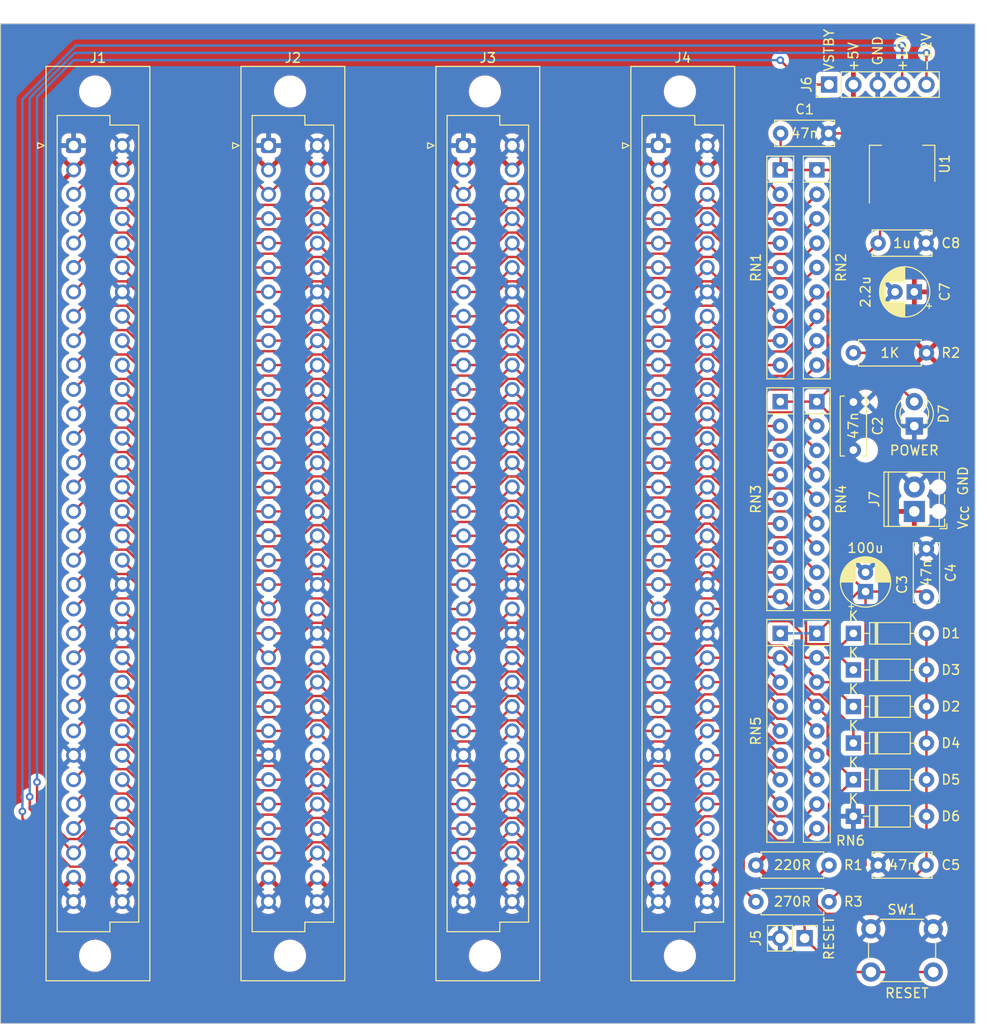
<source format=kicad_pcb>
(kicad_pcb (version 20221018) (generator pcbnew)
  (title_block (comment 4 "AISLER Project ID: JYVOOGVV"))
  (layers (0 "F.Cu" signal) (31 "B.Cu" signal) (34 "B.Paste" user) (35 "F.Paste" user) (36 "B.SilkS" user "B.Silkscreen") (37 "F.SilkS" user "F.Silkscreen") (38 "B.Mask" user) (39 "F.Mask" user) (44 "Edge.Cuts" user))
  (net 0 "")
  (net 1 "+2V5")
  (net 2 "GND")
  (net 3 "Net-(D1-A)")
  (net 4 "+5V")
  (net 5 "/~{ADRSTB}")
  (net 6 "/~{DATSTB}")
  (net 7 "/~{DATACK}")
  (net 8 "/~{TFRERR}")
  (net 9 "/~{SYSRST}")
  (net 10 "Net-(D7-A)")
  (net 11 "/D0")
  (net 12 "/D2")
  (net 13 "/D4")
  (net 14 "/D6")
  (net 15 "/A0")
  (net 16 "/A2")
  (net 17 "/A4")
  (net 18 "/A6")
  (net 19 "/A8")
  (net 20 "/A10")
  (net 21 "/A12")
  (net 22 "/A14")
  (net 23 "/A16")
  (net 24 "/A18")
  (net 25 "/CM0")
  (net 26 "/CM2")
  (net 27 "/~{ATNRQ0}")
  (net 28 "/~{ATNRQ2}")
  (net 29 "/~{ATNRQ4}")
  (net 30 "/~{ATNRQ6}")
  (net 31 "/~{BUSRQ0}")
  (net 32 "/~{BUSAK0}")
  (net 33 "/SYSCLK")
  (net 34 "-12V")
  (net 35 "/D1")
  (net 36 "/D3")
  (net 37 "/D5")
  (net 38 "/D7")
  (net 39 "/A1")
  (net 40 "/A3")
  (net 41 "/A5")
  (net 42 "/A7")
  (net 43 "/A9")
  (net 44 "/A11")
  (net 45 "/A13")
  (net 46 "/A15")
  (net 47 "/A17")
  (net 48 "/A19")
  (net 49 "/CM1")
  (net 50 "/~{ATNRQ1}")
  (net 51 "/~{ATNRQ3}")
  (net 52 "/~{ATNRQ5}")
  (net 53 "/~{ATNRQ7}")
  (net 54 "/~{BUSRQ1}")
  (net 55 "/~{BUSAK1}")
  (net 56 "/VSTBY")
  (net 57 "+12V")
  (footprint "Package_TO_SOT_SMD:SOT-223-3_TabPin2" (layer "F.Cu") (at 137.16 34.9 90)
    (fp_text reference "U1")
    (fp_text value "LT1118")
  )
  (footprint "Capacitor_THT:C_Disc_D6.0mm_W2.5mm_P5.00mm" (layer "F.Cu") (at 124.5 31.75)
    (fp_text reference "C1")
    (fp_text value "47n")
  )
  (footprint "Diode_THT:D_DO-35_SOD27_P7.62mm_Horizontal" (layer "F.Cu") (at 132.08 95.25)
    (fp_text reference "D4")
    (fp_text value "1N5711")
  )
  (footprint "LED_THT:LED_D3.0mm_Clear" (layer "F.Cu") (at 138.43 62.23 90)
    (fp_text reference "D7")
    (fp_text value "POWER")
  )
  (footprint "Connector_DIN:DIN41612_C_2x32_Female_Vertical_THT" (layer "F.Cu") (at 111.76 33.02)
    (fp_text reference "J4")
    (fp_text value "DIN41612_02x32_AC")
  )
  (footprint "Resistor_THT:R_Array_SIP9" (layer "F.Cu") (at 128.27 59.69 -90)
    (fp_text reference "RN4")
    (fp_text value "270R")
  )
  (footprint "Capacitor_THT:C_Disc_D6.0mm_W2.5mm_P5.00mm" (layer "F.Cu") (at 139.66 107.95 180)
    (fp_text reference "C5")
    (fp_text value "47n")
  )
  (footprint "Resistor_THT:R_Array_SIP9" (layer "F.Cu") (at 128.27 35.56 -90)
    (fp_text reference "RN2")
    (fp_text value "270R" hide)
  )
  (footprint "Diode_THT:D_DO-35_SOD27_P7.62mm_Horizontal" (layer "F.Cu") (at 132.08 87.63)
    (fp_text reference "D3")
    (fp_text value "1N5711")
  )
  (footprint "Capacitor_THT:CP_Radial_D5.0mm_P2.00mm" (layer "F.Cu") (at 138.43 48.26 180)
    (fp_text reference "C7")
    (fp_text value "2.2u")
  )
  (footprint "Diode_THT:D_DO-35_SOD27_P7.62mm_Horizontal" (layer "F.Cu") (at 132.08 91.44)
    (fp_text reference "D2")
    (fp_text value "1N5711")
  )
  (footprint "Capacitor_THT:C_Disc_D6.0mm_W2.5mm_P5.00mm" (layer "F.Cu") (at 132.08 64.73 90)
    (fp_text reference "C2")
    (fp_text value "47n")
  )
  (footprint "Resistor_THT:R_Axial_DIN0207_L6.3mm_D2.5mm_P7.62mm_Horizontal" (layer "F.Cu") (at 139.7 54.61 180)
    (fp_text reference "R2")
    (fp_text value "1K")
  )
  (footprint "Resistor_THT:R_Array_SIP9" (layer "F.Cu") (at 124.46 59.69 -90)
    (fp_text reference "RN3")
    (fp_text value "270R")
  )
  (footprint "Diode_THT:D_DO-35_SOD27_P7.62mm_Horizontal" (layer "F.Cu") (at 132.08 83.82)
    (fp_text reference "D1")
    (fp_text value "1N5711")
  )
  (footprint "Capacitor_THT:C_Disc_D6.0mm_W2.5mm_P5.00mm" (layer "F.Cu") (at 134.66 43.18)
    (fp_text reference "C8")
    (fp_text value "1u")
  )
  (footprint "Resistor_THT:R_Axial_DIN0207_L6.3mm_D2.5mm_P7.62mm_Horizontal" (layer "F.Cu") (at 121.92 111.76)
    (fp_text reference "R3")
    (fp_text value "270R")
  )
  (footprint "Connector_DIN:DIN41612_C_2x32_Female_Vertical_THT" (layer "F.Cu") (at 91.44 33.02)
    (fp_text reference "J3")
    (fp_text value "DIN41612_02x32_AC")
  )
  (footprint "Button_Switch_THT:SW_PUSH_6mm" (layer "F.Cu") (at 133.91 114.59)
    (fp_text reference "SW1")
    (fp_text value "RESET")
  )
  (footprint "Diode_THT:D_DO-35_SOD27_P7.62mm_Horizontal" (layer "F.Cu") (at 132.08 99.06)
    (fp_text reference "D5")
    (fp_text value "1N5711")
  )
  (footprint "Resistor_THT:R_Array_SIP9" (layer "F.Cu") (at 124.46 35.56 -90)
    (fp_text reference "RN1")
    (fp_text value "270R")
  )
  (footprint "Connector_DIN:DIN41612_C_2x32_Female_Vertical_THT" (layer "F.Cu") (at 50.8 33.02)
    (fp_text reference "J1")
    (fp_text value "DIN41612_02x32_AC")
  )
  (footprint "Resistor_THT:R_Array_SIP9" (layer "F.Cu") (at 124.46 83.82 -90)
    (fp_text reference "RN5")
    (fp_text value "270R")
  )
  (footprint "TerminalBlock_Phoenix:TerminalBlock_Phoenix_MPT-0,5-2-2.54_1x02_P2.54mm_Horizontal" (layer "F.Cu") (at 138.43 71.12 90)
    (fp_text reference "J7")
    (fp_text value "Screw_Terminal_01x02")
  )
  (footprint "Capacitor_THT:C_Disc_D6.0mm_W2.5mm_P5.00mm" (layer "F.Cu") (at 139.7 80.01 90)
    (fp_text reference "C4")
    (fp_text value "47n")
  )
  (footprint "Diode_THT:D_DO-35_SOD27_P7.62mm_Horizontal" (layer "F.Cu") (at 132.08 102.87)
    (fp_text reference "D6")
    (fp_text value "1N4148")
  )
  (footprint "Resistor_THT:R_Axial_DIN0207_L6.3mm_D2.5mm_P7.62mm_Horizontal" (layer "F.Cu") (at 121.92 107.95)
    (fp_text reference "R1")
    (fp_text value "220R")
  )
  (footprint "Connector_DIN:DIN41612_C_2x32_Female_Vertical_THT" (layer "F.Cu") (at 71.12 33.02)
    (fp_text reference "J2")
    (fp_text value "DIN41612_02x32_AC")
  )
  (footprint "Connector_PinHeader_2.54mm:PinHeader_1x02_P2.54mm_Vertical" (layer "F.Cu") (at 127 115.57 -90)
    (fp_text reference "J5")
    (fp_text value "RESET")
  )
  (footprint "Resistor_THT:R_Array_SIP9" (layer "F.Cu") (at 128.27 83.82 -90)
    (fp_text reference "RN6")
    (fp_text value "270R" hide)
  )
  (footprint "Capacitor_THT:CP_Radial_D5.0mm_P2.00mm" (layer "F.Cu") (at 133.35 79.47 90)
    (fp_text reference "C3")
    (fp_text value "100u")
  )
  (footprint "Connector_PinHeader_2.54mm:PinHeader_1x05_P2.54mm_Vertical" (layer "F.Cu") (at 129.54 26.67 90)
    (fp_text reference "J6")
    (fp_text value "Screw_Terminal_01x05")
  )
  (gr_rect (start 43.18 20.32) (end 144.78 124.46) (stroke (width 0.1)) (fill none) (layer "Edge.Cuts"))
  (gr_text "VSTBY" (at 129.54 25.4 90) (layer "F.SilkS") (effects (font (size 1 1)) (justify left)))
  (gr_text "GND" (at 143.51 67.945 90) (layer "F.SilkS") (effects (font (size 1 1))))
  (gr_text "+12V" (at 137.16 25.4 90) (layer "F.SilkS") (effects (font (size 1 1)) (justify left)))
  (gr_text "-12V" (at 139.7 25.4 90) (layer "F.SilkS") (effects (font (size 1 1)) (justify left)))
  (gr_text "GND" (at 134.62 24.765 90) (layer "F.SilkS") (effects (font (size 1 1)) (justify left)))
  (gr_text "+5V" (at 132.08 25.4 90) (layer "F.SilkS") (effects (font (size 1 1)) (justify left)))
  (gr_text "V_{CC}" (at 143.51 71.755 90) (layer "F.SilkS") (effects (font (size 1 1))))
  (segment (start 128.27 35.56) (end 129.54 35.56) (width 0.25) (layer "F.Cu") (net 1))
  (segment (start 132.08 64.73) (end 132.08 78.2) (width 0.25) (layer "F.Cu") (net 1))
  (segment (start 129.395 48.445) (end 129.395 58.565) (width 0.25) (layer "F.Cu") (net 1))
  (segment (start 129.54 111.76) (end 133.35 107.95) (width 0.25) (layer "F.Cu") (net 1))
  (segment (start 129.54 35.56) (end 132.03 38.05) (width 0.25) (layer "F.Cu") (net 1))
  (segment (start 124.5 31.75) (end 124.5 35.52) (width 0.25) (layer "F.Cu") (net 1))
  (segment (start 132.08 78.2) (end 133.35 79.47) (width 0.25) (layer "F.Cu") (net 1))
  (segment (start 128.31 59.69) (end 132.08 63.46) (width 0.25) (layer "F.Cu") (net 1))
  (segment (start 134.66 43.18) (end 129.395 48.445) (width 0.25) (layer "F.Cu") (net 1))
  (segment (start 133.35 79.47) (end 132.62 79.47) (width 0.25) (layer "F.Cu") (net 1))
  (segment (start 124.46 35.56) (end 128.27 35.56) (width 0.25) (layer "F.Cu") (net 1))
  (segment (start 129.395 58.565) (end 128.27 59.69) (width 0.25) (layer "F.Cu") (net 1))
  (segment (start 139.16 79.47) (end 139.7 80.01) (width 0.25) (layer "F.Cu") (net 1))
  (segment (start 132.03 38.05) (end 134.86 38.05) (width 0.25) (layer "F.Cu") (net 1))
  (segment (start 133.35 79.47) (end 139.16 79.47) (width 0.25) (layer "F.Cu") (net 1))
  (segment (start 132.62 79.47) (end 128.27 83.82) (width 0.25) (layer "F.Cu") (net 1))
  (segment (start 124.46 59.69) (end 128.27 59.69) (width 0.25) (layer "F.Cu") (net 1))
  (segment (start 133.35 107.95) (end 133.35 79.47) (width 0.25) (layer "F.Cu") (net 1))
  (segment (start 132.08 63.46) (end 132.08 64.73) (width 0.25) (layer "F.Cu") (net 1))
  (segment (start 134.86 38.05) (end 134.86 42.98) (width 0.25) (layer "F.Cu") (net 1))
  (segment (start 124.46 83.82) (end 128.27 83.82) (width 0.25) (layer "B.Cu") (net 1))
  (segment (start 57.435635 96.52) (end 71.12 96.52) (width 0.25) (layer "F.Cu") (net 2))
  (segment (start 137.16 31.75) (end 137.16 38.05) (width 0.25) (layer "F.Cu") (net 2))
  (segment (start 56.335635 95.42) (end 57.435635 96.52) (width 0.25) (layer "F.Cu") (net 2))
  (segment (start 50.8 96.52) (end 51.9 95.42) (width 0.25) (layer "F.Cu") (net 2))
  (segment (start 97.62 84.92) (end 115.74 84.92) (width 0.25) (layer "F.Cu") (net 2))
  (segment (start 137.16 40.68) (end 139.66 43.18) (width 0.25) (layer "F.Cu") (net 2))
  (segment (start 137.16 31.75) (end 129.5 31.75) (width 0.25) (layer "F.Cu") (net 2))
  (segment (start 96.52 83.82) (end 97.62 84.92) (width 0.25) (layer "F.Cu") (net 2))
  (segment (start 51.9 95.42) (end 56.335635 95.42) (width 0.25) (layer "F.Cu") (net 2))
  (segment (start 137.16 38.05) (end 137.16 40.68) (width 0.25) (layer "F.Cu") (net 2))
  (segment (start 115.74 84.92) (end 116.84 83.82) (width 0.25) (layer "F.Cu") (net 2))
  (segment (start 139.7 87.63) (end 139.7 107.91) (width 0.25) (layer "F.Cu") (net 3))
  (segment (start 128.27 109.22) (end 128.27 112.080991) (width 0.25) (layer "F.Cu") (net 3))
  (segment (start 129.219009 113.03) (end 134.58 113.03) (width 0.25) (layer "F.Cu") (net 3))
  (segment (start 139.7 83.82) (end 139.7 87.63) (width 0.25) (layer "F.Cu") (net 3))
  (segment (start 134.58 113.03) (end 139.66 107.95) (width 0.25) (layer "F.Cu") (net 3))
  (segment (start 129.54 107.95) (end 128.27 109.22) (width 0.25) (layer "F.Cu") (net 3))
  (segment (start 128.27 112.080991) (end 129.219009 113.03) (width 0.25) (layer "F.Cu") (net 3))
  (segment (start 115.284365 78.74) (end 116.554365 77.47) (width 0.25) (layer "F.Cu") (net 5))
  (segment (start 127.145 82.695) (end 124.46 80.01) (width 0.25) (layer "F.Cu") (net 5))
  (segment (start 117.125635 77.47) (end 119.665635 80.01) (width 0.25) (layer "F.Cu") (net 5))
  (segment (start 119.665635 80.01) (end 124.46 80.01) (width 0.25) (layer "F.Cu") (net 5))
  (segment (start 75.744365 77.64) (end 76.655635 77.64) (width 0.25) (layer "F.Cu") (net 5))
  (segment (start 77.755635 78.74) (end 91.44 78.74) (width 0.25) (layer "F.Cu") (net 5))
  (segment (start 51.9 77.64) (end 56.335635 77.64) (width 0.25) (layer "F.Cu") (net 5))
  (segment (start 50.8 78.74) (end 51.9 77.64) (width 0.25) (layer "F.Cu") (net 5))
  (segment (start 57.435635 78.74) (end 71.12 78.74) (width 0.25) (layer "F.Cu") (net 5))
  (segment (start 116.554365 77.47) (end 117.125635 77.47) (width 0.25) (layer "F.Cu") (net 5))
  (segment (start 96.064365 77.64) (end 96.975635 77.64) (width 0.25) (layer "F.Cu") (net 5))
  (segment (start 127.145 84.945) (end 127.145 82.695) (width 0.25) (layer "F.Cu") (net 5))
  (segment (start 56.335635 77.64) (end 57.435635 78.74) (width 0.25) (layer "F.Cu") (net 5))
  (segment (start 76.655635 77.64) (end 77.755635 78.74) (width 0.25) (layer "F.Cu") (net 5))
  (segment (start 130.955 84.945) (end 127.145 84.945) (width 0.25) (layer "F.Cu") (net 5))
  (segment (start 74.644365 78.74) (end 75.744365 77.64) (width 0.25) (layer "F.Cu") (net 5))
  (segment (start 94.964365 78.74) (end 96.064365 77.64) (width 0.25) (layer "F.Cu") (net 5))
  (segment (start 98.075635 78.74) (end 111.76 78.74) (width 0.25) (layer "F.Cu") (net 5))
  (segment (start 132.08 83.82) (end 130.955 84.945) (width 0.25) (layer "F.Cu") (net 5))
  (segment (start 96.975635 77.64) (end 98.075635 78.74) (width 0.25) (layer "F.Cu") (net 5))
  (segment (start 91.44 78.74) (end 94.964365 78.74) (width 0.25) (layer "F.Cu") (net 5))
  (segment (start 71.12 78.74) (end 74.644365 78.74) (width 0.25) (layer "F.Cu") (net 5))
  (segment (start 111.76 78.74) (end 115.284365 78.74) (width 0.25) (layer "F.Cu") (net 5))
  (segment (start 116.84 81.28) (end 119.67 81.28) (width 0.25) (layer "F.Cu") (net 6))
  (segment (start 95.42 82.38) (end 96.52 81.28) (width 0.25) (layer "F.Cu") (net 6))
  (segment (start 115.74 82.38) (end 116.84 81.28) (width 0.25) (layer "F.Cu") (net 6))
  (segment (start 123.48 85.09) (end 124.780991 85.09) (width 0.25) (layer "F.Cu") (net 6))
  (segment (start 77.3 82.38) (end 95.42 82.38) (width 0.25) (layer "F.Cu") (net 6))
  (segment (start 55.88 81.28) (end 56.98 82.38) (width 0.25) (layer "F.Cu") (net 6))
  (segment (start 96.52 81.28) (end 97.62 82.38) (width 0.25) (layer "F.Cu") (net 6))
  (segment (start 75.1 82.38) (end 76.2 81.28) (width 0.25) (layer "F.Cu") (net 6))
  (segment (start 56.98 82.38) (end 75.1 82.38) (width 0.25) (layer "F.Cu") (net 6))
  (segment (start 128.27 88.9) (end 129.54 88.9) (width 0.25) (layer "F.Cu") (net 6))
  (segment (start 119.67 81.28) (end 123.48 85.09) (width 0.25) (layer "F.Cu") (net 6))
  (segment (start 124.780991 85.09) (end 128.27 88.579009) (width 0.25) (layer "F.Cu") (net 6))
  (segment (start 76.2 81.28) (end 77.3 82.38) (width 0.25) (layer "F.Cu") (net 6))
  (segment (start 97.62 82.38) (end 115.74 82.38) (width 0.25) (layer "F.Cu") (net 6))
  (segment (start 129.54 88.9) (end 132.08 91.44) (width 0.25) (layer "F.Cu") (net 6))
  (segment (start 91.44 81.28) (end 92.54 80.18) (width 0.25) (layer "F.Cu") (net 7))
  (segment (start 51.9 80.18) (end 70.02 80.18) (width 0.25) (layer "F.Cu") (net 7))
  (segment (start 125.44 82.55) (end 126.695499 83.805499) (width 0.25) (layer "F.Cu") (net 7))
  (segment (start 127.13863 86.36) (end 128.27 86.36) (width 0.25) (layer "F.Cu") (net 7))
  (segment (start 112.86 80.18) (end 118.91569 80.18) (width 0.25) (layer "F.Cu") (net 7))
  (segment (start 122.55569 82.55) (end 125.44 82.55) (width 0.25) (layer "F.Cu") (net 7))
  (segment (start 119.566189 80.830499) (end 120.836189 80.830499) (width 0.25) (layer "F.Cu") (net 7))
  (segment (start 118.91569 80.18) (end 119.566189 80.830499) (width 0.25) (layer "F.Cu") (net 7))
  (segment (start 111.76 81.28) (end 112.86 80.18) (width 0.25) (layer "F.Cu") (net 7))
  (segment (start 130.81 86.36) (end 132.08 87.63) (width 0.25) (layer "F.Cu") (net 7))
  (segment (start 50.8 81.28) (end 51.9 80.18) (width 0.25) (layer "F.Cu") (net 7))
  (segment (start 72.22 80.18) (end 76.655635 80.18) (width 0.25) (layer "F.Cu") (net 7))
  (segment (start 126.695499 83.805499) (end 126.695499 85.916869) (width 0.25) (layer "F.Cu") (net 7))
  (segment (start 110.66 80.18) (end 111.76 81.28) (width 0.25) (layer "F.Cu") (net 7))
  (segment (start 77.755635 81.28) (end 91.44 81.28) (width 0.25) (layer "F.Cu") (net 7))
  (segment (start 70.02 80.18) (end 71.12 81.28) (width 0.25) (layer "F.Cu") (net 7))
  (segment (start 71.12 81.28) (end 72.22 80.18) (width 0.25) (layer "F.Cu") (net 7))
  (segment (start 76.655635 80.18) (end 77.755635 81.28) (width 0.25) (layer "F.Cu") (net 7))
  (segment (start 128.27 86.36) (end 130.81 86.36) (width 0.25) (layer "F.Cu") (net 7))
  (segment (start 126.695499 85.916869) (end 127.13863 86.36) (width 0.25) (layer "F.Cu") (net 7))
  (segment (start 92.54 80.18) (end 110.66 80.18) (width 0.25) (layer "F.Cu") (net 7))
  (segment (start 120.836189 80.830499) (end 122.55569 82.55) (width 0.25) (layer "F.Cu") (net 7))
  (segment (start 98.075635 83.82) (end 111.76 83.82) (width 0.25) (layer "F.Cu") (net 8))
  (segment (start 57.435635 83.82) (end 71.12 83.82) (width 0.25) (layer "F.Cu") (net 8))
  (segment (start 51.9 82.72) (end 56.335635 82.72) (width 0.25) (layer "F.Cu") (net 8))
  (segment (start 71.12 83.82) (end 74.644365 83.82) (width 0.25) (layer "F.Cu") (net 8))
  (segment (start 74.644365 83.82) (end 75.744365 82.72) (width 0.25) (layer "F.Cu") (net 8))
  (segment (start 94.964365 83.82) (end 96.064365 82.72) (width 0.25) (layer "F.Cu") (net 8))
  (segment (start 77.755635 83.82) (end 91.44 83.82) (width 0.25) (layer "F.Cu") (net 8))
  (segment (start 116.554365 82.55) (end 119.51863 82.55) (width 0.25) (layer "F.Cu") (net 8))
  (segment (start 132.08 93.659009) (end 132.08 95.25) (width 0.25) (layer "F.Cu") (net 8))
  (segment (start 124.46 86.680991) (end 127.949009 90.17) (width 0.25) (layer "F.Cu") (net 8))
  (segment (start 128.590991 90.17) (end 132.08 93.659009) (width 0.25) (layer "F.Cu") (net 8))
  (segment (start 127.949009 90.17) (end 128.590991 90.17) (width 0.25) (layer "F.Cu") (net 8))
  (segment (start 75.744365 82.72) (end 76.655635 82.72) (width 0.25) (layer "F.Cu") (net 8))
  (segment (start 96.975635 82.72) (end 98.075635 83.82) (width 0.25) (layer "F.Cu") (net 8))
  (segment (start 111.76 83.82) (end 115.284365 83.82) (width 0.25) (layer "F.Cu") (net 8))
  (segment (start 123.32863 86.36) (end 124.46 86.36) (width 0.25) (layer "F.Cu") (net 8))
  (segment (start 119.51863 82.55) (end 123.32863 86.36) (width 0.25) (layer "F.Cu") (net 8))
  (segment (start 91.44 83.82) (end 94.964365 83.82) (width 0.25) (layer "F.Cu") (net 8))
  (segment (start 56.335635 82.72) (end 57.435635 83.82) (width 0.25) (layer "F.Cu") (net 8))
  (segment (start 50.8 83.82) (end 51.9 82.72) (width 0.25) (layer "F.Cu") (net 8))
  (segment (start 76.655635 82.72) (end 77.755635 83.82) (width 0.25) (layer "F.Cu") (net 8))
  (segment (start 96.064365 82.72) (end 96.975635 82.72) (width 0.25) (layer "F.Cu") (net 8))
  (segment (start 115.284365 83.82) (end 116.554365 82.55) (width 0.25) (layer "F.Cu") (net 8))
  (segment (start 116.84 86.36) (end 120.329009 86.36) (width 0.25) (layer "F.Cu") (net 9))
  (segment (start 77.3 87.46) (end 95.42 87.46) (width 0.25) (layer "F.Cu") (net 9))
  (segment (start 130.52 119.09) (end 127 115.57) (width 0.25) (layer "F.Cu") (net 9))
  (segment (start 97.62 87.46) (end 115.74 87.46) (width 0.25) (layer "F.Cu") (net 9))
  (segment (start 129.54 101.6) (end 132.08 99.06) (width 0.25) (layer "F.Cu") (net 9))
  (segment (start 140.41 119.09) (end 133.91 119.09) (width 0.25) (layer "F.Cu") (net 9))
  (segment (start 133.91 119.09) (end 130.52 119.09) (width 0.25) (layer "F.Cu") (net 9))
  (segment (start 115.74 87.46) (end 116.84 86.36) (width 0.25) (layer "F.Cu") (net 9))
  (segment (start 129.54 105.41) (end 129.54 101.6) (width 0.25) (layer "F.Cu") (net 9))
  (segment (start 129.395 92.565) (end 129.395 96.375) (width 0.25) (layer "F.Cu") (net 9))
  (segment (start 75.1 87.46) (end 76.2 86.36) (width 0.25) (layer "F.Cu") (net 9))
  (segment (start 95.42 87.46) (end 96.52 86.36) (width 0.25) (layer "F.Cu") (net 9))
  (segment (start 56.98 87.46) (end 75.1 87.46) (width 0.25) (layer "F.Cu") (net 9))
  (segment (start 127 115.57) (end 127 107.95) (width 0.25) (layer "F.Cu") (net 9))
  (segment (start 76.2 86.36) (end 77.3 87.46) (width 0.25) (layer "F.Cu") (net 9))
  (segment (start 96.52 86.36) (end 97.62 87.46) (width 0.25) (layer "F.Cu") (net 9))
  (segment (start 128.27 91.44) (end 129.395 92.565) (width 0.25) (layer "F.Cu") (net 9))
  (segment (start 124.139009 90.17) (end 127 90.17) (width 0.25) (layer "F.Cu") (net 9))
  (segment (start 127 107.95) (end 129.54 105.41) (width 0.25) (layer "F.Cu") (net 9))
  (segment (start 129.395 96.375) (end 132.08 99.06) (width 0.25) (layer "F.Cu") (net 9))
  (segment (start 127 90.17) (end 128.27 91.44) (width 0.25) (layer "F.Cu") (net 9))
  (segment (start 55.88 86.36) (end 56.98 87.46) (width 0.25) (layer "F.Cu") (net 9))
  (segment (start 120.329009 86.36) (end 124.139009 90.17) (width 0.25) (layer "F.Cu") (net 9))
  (segment (start 133.35 54.61) (end 132.08 54.61) (width 0.25) (layer "F.Cu") (net 10))
  (segment (start 138.43 59.69) (end 133.35 54.61) (width 0.25) (layer "F.Cu") (net 10))
  (segment (start 72.22 37) (end 90.34 37) (width 0.25) (layer "F.Cu") (net 11))
  (segment (start 111.76 38.1) (end 112.86 37) (width 0.25) (layer "F.Cu") (net 11))
  (segment (start 50.8 38.1) (end 51.9 37) (width 0.25) (layer "F.Cu") (net 11))
  (segment (start 91.44 38.1) (end 92.54 37) (width 0.25) (layer "F.Cu") (net 11))
  (segment (start 123.36 37) (end 124.46 38.1) (width 0.25) (layer "F.Cu") (net 11))
  (segment (start 51.9 37) (end 70.02 37) (width 0.25) (layer "F.Cu") (net 11))
  (segment (start 90.34 37) (end 91.44 38.1) (width 0.25) (layer "F.Cu") (net 11))
  (segment (start 70.02 37) (end 71.12 38.1) (width 0.25) (layer "F.Cu") (net 11))
  (segment (start 71.12 38.1) (end 72.22 37) (width 0.25) (layer "F.Cu") (net 11))
  (segment (start 110.66 37) (end 111.76 38.1) (width 0.25) (layer "F.Cu") (net 11))
  (segment (start 92.54 37) (end 110.66 37) (width 0.25) (layer "F.Cu") (net 11))
  (segment (start 112.86 37) (end 123.36 37) (width 0.25) (layer "F.Cu") (net 11))
  (segment (start 94.964365 40.64) (end 96.064365 39.54) (width 0.25) (layer "F.Cu") (net 12))
  (segment (start 91.44 40.64) (end 94.964365 40.64) (width 0.25) (layer "F.Cu") (net 12))
  (segment (start 98.075635 40.64) (end 111.76 40.64) (width 0.25) (layer "F.Cu") (net 12))
  (segment (start 71.12 40.64) (end 74.644365 40.64) (width 0.25) (layer "F.Cu") (net 12))
  (segment (start 76.655635 39.54) (end 77.755635 40.64) (width 0.25) (layer "F.Cu") (net 12))
  (segment (start 50.8 40.64) (end 51.9 39.54) (width 0.25) (layer "F.Cu") (net 12))
  (segment (start 57.435635 40.64) (end 71.12 40.64) (width 0.25) (layer "F.Cu") (net 12))
  (segment (start 51.9 39.54) (end 56.335635 39.54) (width 0.25) (layer "F.Cu") (net 12))
  (segment (start 75.744365 39.54) (end 76.655635 39.54) (width 0.25) (layer "F.Cu") (net 12))
  (segment (start 117.295635 39.54) (end 118.395635 40.64) (width 0.25) (layer "F.Cu") (net 12))
  (segment (start 118.395635 40.64) (end 124.46 40.64) (width 0.25) (layer "F.Cu") (net 12))
  (segment (start 96.975635 39.54) (end 98.075635 40.64) (width 0.25) (layer "F.Cu") (net 12))
  (segment (start 77.755635 40.64) (end 91.44 40.64) (width 0.25) (layer "F.Cu") (net 12))
  (segment (start 116.384365 39.54) (end 117.295635 39.54) (width 0.25) (layer "F.Cu") (net 12))
  (segment (start 96.064365 39.54) (end 96.975635 39.54) (width 0.25) (layer "F.Cu") (net 12))
  (segment (start 111.76 40.64) (end 115.284365 40.64) (width 0.25) (layer "F.Cu") (net 12))
  (segment (start 115.284365 40.64) (end 116.384365 39.54) (width 0.25) (layer "F.Cu") (net 12))
  (segment (start 74.644365 40.64) (end 75.744365 39.54) (width 0.25) (layer "F.Cu") (net 12))
  (segment (start 56.335635 39.54) (end 57.435635 40.64) (width 0.25) (layer "F.Cu") (net 12))
  (segment (start 98.075635 43.18) (end 111.76 43.18) (width 0.25) (layer "F.Cu") (net 13))
  (segment (start 76.655635 42.08) (end 77.755635 43.18) (width 0.25) (layer "F.Cu") (net 13))
  (segment (start 118.395635 43.18) (end 124.46 43.18) (width 0.25) (layer "F.Cu") (net 13))
  (segment (start 57.435635 43.18) (end 71.12 43.18) (width 0.25) (layer "F.Cu") (net 13))
  (segment (start 71.12 43.18) (end 74.644365 43.18) (width 0.25) (layer "F.Cu") (net 13))
  (segment (start 116.384365 42.08) (end 117.295635 42.08) (width 0.25) (layer "F.Cu") (net 13))
  (segment (start 91.44 43.18) (end 94.964365 43.18) (width 0.25) (layer "F.Cu") (net 13))
  (segment (start 94.964365 43.18) (end 96.064365 42.08) (width 0.25) (layer "F.Cu") (net 13))
  (segment (start 51.9 42.08) (end 56.335635 42.08) (width 0.25) (layer "F.Cu") (net 13))
  (segment (start 56.335635 42.08) (end 57.435635 43.18) (width 0.25) (layer "F.Cu") (net 13))
  (segment (start 111.76 43.18) (end 115.284365 43.18) (width 0.25) (layer "F.Cu") (net 13))
  (segment (start 96.064365 42.08) (end 96.975635 42.08) (width 0.25) (layer "F.Cu") (net 13))
  (segment (start 117.295635 42.08) (end 118.395635 43.18) (width 0.25) (layer "F.Cu") (net 13))
  (segment (start 115.284365 43.18) (end 116.384365 42.08) (width 0.25) (layer "F.Cu") (net 13))
  (segment (start 50.8 43.18) (end 51.9 42.08) (width 0.25) (layer "F.Cu") (net 13))
  (segment (start 77.755635 43.18) (end 91.44 43.18) (width 0.25) (layer "F.Cu") (net 13))
  (segment (start 75.744365 42.08) (end 76.655635 42.08) (width 0.25) (layer "F.Cu") (net 13))
  (segment (start 74.644365 43.18) (end 75.744365 42.08) (width 0.25) (layer "F.Cu") (net 13))
  (segment (start 96.975635 42.08) (end 98.075635 43.18) (width 0.25) (layer "F.Cu") (net 13))
  (segment (start 96.064365 44.62) (end 96.975635 44.62) (width 0.25) (layer "F.Cu") (net 14))
  (segment (start 98.075635 45.72) (end 111.76 45.72) (width 0.25) (layer "F.Cu") (net 14))
  (segment (start 91.44 45.72) (end 94.964365 45.72) (width 0.25) (layer "F.Cu") (net 14))
  (segment (start 116.384365 44.62) (end 117.64431 44.62) (width 0.25) (layer "F.Cu") (net 14))
  (segment (start 96.975635 44.62) (end 98.075635 45.72) (width 0.25) (layer "F.Cu") (net 14))
  (segment (start 117.64431 44.62) (end 118.74431 45.72) (width 0.25) (layer "F.Cu") (net 14))
  (segment (start 94.964365 45.72) (end 96.064365 44.62) (width 0.25) (layer "F.Cu") (net 14))
  (segment (start 57.435635 45.72) (end 71.12 45.72) (width 0.25) (layer "F.Cu") (net 14))
  (segment (start 51.9 44.62) (end 56.335635 44.62) (width 0.25) (layer "F.Cu") (net 14))
  (segment (start 75.744365 44.62) (end 76.655635 44.62) (width 0.25) (layer "F.Cu") (net 14))
  (segment (start 56.335635 44.62) (end 57.435635 45.72) (width 0.25) (layer "F.Cu") (net 14))
  (segment (start 111.76 45.72) (end 115.284365 45.72) (width 0.25) (layer "F.Cu") (net 14))
  (segment (start 77.755635 45.72) (end 91.44 45.72) (width 0.25) (layer "F.Cu") (net 14))
  (segment (start 118.74431 45.72) (end 124.46 45.72) (width 0.25) (layer "F.Cu") (net 14))
  (segment (start 50.8 45.72) (end 51.9 44.62) (width 0.25) (layer "F.Cu") (net 14))
  (segment (start 74.644365 45.72) (end 75.744365 44.62) (width 0.25) (layer "F.Cu") (net 14))
  (segment (start 115.284365 45.72) (end 116.384365 44.62) (width 0.25) (layer "F.Cu") (net 14))
  (segment (start 76.655635 44.62) (end 77.755635 45.72) (width 0.25) (layer "F.Cu") (net 14))
  (segment (start 71.12 45.72) (end 74.644365 45.72) (width 0.25) (layer "F.Cu") (net 14))
  (segment (start 50.8 48.26) (end 51.9 47.16) (width 0.25) (layer "F.Cu") (net 15))
  (segment (start 116.384365 47.16) (end 117.295635 47.16) (width 0.25) (layer "F.Cu") (net 15))
  (segment (start 77.755635 48.26) (end 91.44 48.26) (width 0.25) (layer "F.Cu") (net 15))
  (segment (start 56.335635 47.16) (end 57.435635 48.26) (width 0.25) (layer "F.Cu") (net 15))
  (segment (start 51.9 47.16) (end 56.335635 47.16) (width 0.25) (layer "F.Cu") (net 15))
  (segment (start 57.435635 48.26) (end 71.12 48.26) (width 0.25) (layer "F.Cu") (net 15))
  (segment (start 75.744365 47.16) (end 76.655635 47.16) (width 0.25) (layer "F.Cu") (net 15))
  (segment (start 98.075635 48.26) (end 111.76 48.26) (width 0.25) (layer "F.Cu") (net 15))
  (segment (start 94.964365 48.26) (end 96.064365 47.16) (width 0.25) (layer "F.Cu") (net 15))
  (segment (start 71.12 48.26) (end 74.644365 48.26) (width 0.25) (layer "F.Cu") (net 15))
  (segment (start 115.284365 48.26) (end 116.384365 47.16) (width 0.25) (layer "F.Cu") (net 15))
  (segment (start 74.644365 48.26) (end 75.744365 47.16) (width 0.25) (layer "F.Cu") (net 15))
  (segment (start 91.44 48.26) (end 94.964365 48.26) (width 0.25) (layer "F.Cu") (net 15))
  (segment (start 76.655635 47.16) (end 77.755635 48.26) (width 0.25) (layer "F.Cu") (net 15))
  (segment (start 118.395635 48.26) (end 124.46 48.26) (width 0.25) (layer "F.Cu") (net 15))
  (segment (start 111.76 48.26) (end 115.284365 48.26) (width 0.25) (layer "F.Cu") (net 15))
  (segment (start 96.975635 47.16) (end 98.075635 48.26) (width 0.25) (layer "F.Cu") (net 15))
  (segment (start 117.295635 47.16) (end 118.395635 48.26) (width 0.25) (layer "F.Cu") (net 15))
  (segment (start 96.064365 47.16) (end 96.975635 47.16) (width 0.25) (layer "F.Cu") (net 15))
  (segment (start 94.964365 50.8) (end 96.064365 49.7) (width 0.25) (layer "F.Cu") (net 16))
  (segment (start 75.744365 49.7) (end 76.655635 49.7) (width 0.25) (layer "F.Cu") (net 16))
  (segment (start 71.12 50.8) (end 74.644365 50.8) (width 0.25) (layer "F.Cu") (net 16))
  (segment (start 51.9 49.7) (end 56.335635 49.7) (width 0.25) (layer "F.Cu") (net 16))
  (segment (start 123.36 49.7) (end 124.46 50.8) (width 0.25) (layer "F.Cu") (net 16))
  (segment (start 98.075635 50.8) (end 111.76 50.8) (width 0.25) (layer "F.Cu") (net 16))
  (segment (start 96.975635 49.7) (end 98.075635 50.8) (width 0.25) (layer "F.Cu") (net 16))
  (segment (start 74.644365 50.8) (end 75.744365 49.7) (width 0.25) (layer "F.Cu") (net 16))
  (segment (start 91.44 50.8) (end 94.964365 50.8) (width 0.25) (layer "F.Cu") (net 16))
  (segment (start 50.8 50.8) (end 51.9 49.7) (width 0.25) (layer "F.Cu") (net 16))
  (segment (start 56.335635 49.7) (end 57.435635 50.8) (width 0.25) (layer "F.Cu") (net 16))
  (segment (start 96.064365 49.7) (end 96.975635 49.7) (width 0.25) (layer "F.Cu") (net 16))
  (segment (start 77.755635 50.8) (end 91.44 50.8) (width 0.25) (layer "F.Cu") (net 16))
  (segment (start 57.435635 50.8) (end 71.12 50.8) (width 0.25) (layer "F.Cu") (net 16))
  (segment (start 111.76 50.8) (end 112.86 49.7) (width 0.25) (layer "F.Cu") (net 16))
  (segment (start 112.86 49.7) (end 123.36 49.7) (width 0.25) (layer "F.Cu") (net 16))
  (segment (start 76.655635 49.7) (end 77.755635 50.8) (width 0.25) (layer "F.Cu") (net 16))
  (segment (start 118.395635 53.34) (end 124.46 53.34) (width 0.25) (layer "F.Cu") (net 17))
  (segment (start 51.9 52.24) (end 56.335635 52.24) (width 0.25) (layer "F.Cu") (net 17))
  (segment (start 76.655635 52.24) (end 77.755635 53.34) (width 0.25) (layer "F.Cu") (net 17))
  (segment (start 117.295635 52.24) (end 118.395635 53.34) (width 0.25) (layer "F.Cu") (net 17))
  (segment (start 94.964365 53.34) (end 96.064365 52.24) (width 0.25) (layer "F.Cu") (net 17))
  (segment (start 77.755635 53.34) (end 91.44 53.34) (width 0.25) (layer "F.Cu") (net 17))
  (segment (start 96.975635 52.24) (end 98.075635 53.34) (width 0.25) (layer "F.Cu") (net 17))
  (segment (start 91.44 53.34) (end 94.964365 53.34) (width 0.25) (layer "F.Cu") (net 17))
  (segment (start 116.384365 52.24) (end 117.295635 52.24) (width 0.25) (layer "F.Cu") (net 17))
  (segment (start 74.644365 53.34) (end 75.744365 52.24) (width 0.25) (layer "F.Cu") (net 17))
  (segment (start 111.76 53.34) (end 115.284365 53.34) (width 0.25) (layer "F.Cu") (net 17))
  (segment (start 56.335635 52.24) (end 57.435635 53.34) (width 0.25) (layer "F.Cu") (net 17))
  (segment (start 75.744365 52.24) (end 76.655635 52.24) (width 0.25) (layer "F.Cu") (net 17))
  (segment (start 50.8 53.34) (end 51.9 52.24) (width 0.25) (layer "F.Cu") (net 17))
  (segment (start 98.075635 53.34) (end 111.76 53.34) (width 0.25) (layer "F.Cu") (net 17))
  (segment (start 71.12 53.34) (end 74.644365 53.34) (width 0.25) (layer "F.Cu") (net 17))
  (segment (start 57.435635 53.34) (end 71.12 53.34) (width 0.25) (layer "F.Cu") (net 17))
  (segment (start 96.064365 52.24) (end 96.975635 52.24) (width 0.25) (layer "F.Cu") (net 17))
  (segment (start 115.284365 53.34) (end 116.384365 52.24) (width 0.25) (layer "F.Cu") (net 17))
  (segment (start 77.755635 55.88) (end 91.44 55.88) (width 0.25) (layer "F.Cu") (net 18))
  (segment (start 57.435635 55.88) (end 71.12 55.88) (width 0.25) (layer "F.Cu") (net 18))
  (segment (start 116.384365 54.78) (end 117.295635 54.78) (width 0.25) (layer "F.Cu") (net 18))
  (segment (start 50.8 55.88) (end 51.9 54.78) (width 0.25) (layer "F.Cu") (net 18))
  (segment (start 76.655635 54.78) (end 77.755635 55.88) (width 0.25) (layer "F.Cu") (net 18))
  (segment (start 98.075635 55.88) (end 111.76 55.88) (width 0.25) (layer "F.Cu") (net 18))
  (segment (start 71.12 55.88) (end 74.644365 55.88) (width 0.25) (layer "F.Cu") (net 18))
  (segment (start 96.064365 54.78) (end 96.975635 54.78) (width 0.25) (layer "F.Cu") (net 18))
  (segment (start 51.9 54.78) (end 56.335635 54.78) (width 0.25) (layer "F.Cu") (net 18))
  (segment (start 74.644365 55.88) (end 75.744365 54.78) (width 0.25) (layer "F.Cu") (net 18))
  (segment (start 118.395635 55.88) (end 124.46 55.88) (width 0.25) (layer "F.Cu") (net 18))
  (segment (start 115.284365 55.88) (end 116.384365 54.78) (width 0.25) (layer "F.Cu") (net 18))
  (segment (start 96.975635 54.78) (end 98.075635 55.88) (width 0.25) (layer "F.Cu") (net 18))
  (segment (start 111.76 55.88) (end 115.284365 55.88) (width 0.25) (layer "F.Cu") (net 18))
  (segment (start 91.44 55.88) (end 94.964365 55.88) (width 0.25) (layer "F.Cu") (net 18))
  (segment (start 117.295635 54.78) (end 118.395635 55.88) (width 0.25) (layer "F.Cu") (net 18))
  (segment (start 75.744365 54.78) (end 76.655635 54.78) (width 0.25) (layer "F.Cu") (net 18))
  (segment (start 94.964365 55.88) (end 96.064365 54.78) (width 0.25) (layer "F.Cu") (net 18))
  (segment (start 56.335635 54.78) (end 57.435635 55.88) (width 0.25) (layer "F.Cu") (net 18))
  (segment (start 56.335635 57.32) (end 57.435635 58.42) (width 0.25) (layer "F.Cu") (net 19))
  (segment (start 51.9 57.32) (end 56.335635 57.32) (width 0.25) (layer "F.Cu") (net 19))
  (segment (start 94.964365 58.42) (end 96.064365 57.32) (width 0.25) (layer "F.Cu") (net 19))
  (segment (start 96.975635 57.32) (end 98.075635 58.42) (width 0.25) (layer "F.Cu") (net 19))
  (segment (start 111.76 58.42) (end 115.284365 58.42) (width 0.25) (layer "F.Cu") (net 19))
  (segment (start 76.655635 57.32) (end 77.755635 58.42) (width 0.25) (layer "F.Cu") (net 19))
  (segment (start 57.435635 58.42) (end 71.12 58.42) (width 0.25) (layer "F.Cu") (net 19))
  (segment (start 118.395635 58.42) (end 125.73 58.42) (width 0.25) (layer "F.Cu") (net 19))
  (segment (start 98.075635 58.42) (end 111.76 58.42) (width 0.25) (layer "F.Cu") (net 19))
  (segment (start 74.644365 58.42) (end 75.744365 57.32) (width 0.25) (layer "F.Cu") (net 19))
  (segment (start 91.44 58.42) (end 94.964365 58.42) (width 0.25) (layer "F.Cu") (net 19))
  (segment (start 75.744365 57.32) (end 76.655635 57.32) (width 0.25) (layer "F.Cu") (net 19))
  (segment (start 77.755635 58.42) (end 91.44 58.42) (width 0.25) (layer "F.Cu") (net 19))
  (segment (start 116.384365 57.32) (end 117.295635 57.32) (width 0.25) (layer "F.Cu") (net 19))
  (segment (start 96.064365 57.32) (end 96.975635 57.32) (width 0.25) (layer "F.Cu") (net 19))
  (segment (start 117.295635 57.32) (end 118.395635 58.42) (width 0.25) (layer "F.Cu") (net 19))
  (segment (start 125.73 58.42) (end 128.27 55.88) (width 0.25) (layer "F.Cu") (net 19))
  (segment (start 115.284365 58.42) (end 116.384365 57.32) (width 0.25) (layer "F.Cu") (net 19))
  (segment (start 71.12 58.42) (end 74.644365 58.42) (width 0.25) (layer "F.Cu") (net 19))
  (segment (start 50.8 58.42) (end 51.9 57.32) (width 0.25) (layer "F.Cu") (net 19))
  (segment (start 57.435635 60.96) (end 71.12 60.96) (width 0.25) (layer "F.Cu") (net 20))
  (segment (start 119.665635 62.23) (end 124.46 62.23) (width 0.25) (layer "F.Cu") (net 20))
  (segment (start 91.44 60.96) (end 94.964365 60.96) (width 0.25) (layer "F.Cu") (net 20))
  (segment (start 115.284365 60.96) (end 116.384365 59.86) (width 0.25) (layer "F.Cu") (net 20))
  (segment (start 94.964365 60.96) (end 96.064365 59.86) (width 0.25) (layer "F.Cu") (net 20))
  (segment (start 76.655635 59.86) (end 77.755635 60.96) (width 0.25) (layer "F.Cu") (net 20))
  (segment (start 77.755635 60.96) (end 91.44 60.96) (width 0.25) (layer "F.Cu") (net 20))
  (segment (start 71.12 60.96) (end 74.644365 60.96) (width 0.25) (layer "F.Cu") (net 20))
  (segment (start 117.295635 59.86) (end 119.665635 62.23) (width 0.25) (layer "F.Cu") (net 20))
  (segment (start 96.064365 59.86) (end 96.975635 59.86) (width 0.25) (layer "F.Cu") (net 20))
  (segment (start 96.975635 59.86) (end 98.075635 60.96) (width 0.25) (layer "F.Cu") (net 20))
  (segment (start 98.075635 60.96) (end 111.76 60.96) (width 0.25) (layer "F.Cu") (net 20))
  (segment (start 56.335635 59.86) (end 57.435635 60.96) (width 0.25) (layer "F.Cu") (net 20))
  (segment (start 74.644365 60.96) (end 75.744365 59.86) (width 0.25) (layer "F.Cu") (net 20))
  (segment (start 116.384365 59.86) (end 117.295635 59.86) (width 0.25) (layer "F.Cu") (net 20))
  (segment (start 50.8 60.96) (end 51.9 59.86) (width 0.25) (layer "F.Cu") (net 20))
  (segment (start 111.76 60.96) (end 115.284365 60.96) (width 0.25) (layer "F.Cu") (net 20))
  (segment (start 51.9 59.86) (end 56.335635 59.86) (width 0.25) (layer "F.Cu") (net 20))
  (segment (start 75.744365 59.86) (end 76.655635 59.86) (width 0.25) (layer "F.Cu") (net 20))
  (segment (start 76.655635 62.4) (end 77.755635 63.5) (width 0.25) (layer "F.Cu") (net 21))
  (segment (start 71.12 63.5) (end 74.644365 63.5) (width 0.25) (layer "F.Cu") (net 21))
  (segment (start 57.435635 63.5) (end 71.12 63.5) (width 0.25) (layer "F.Cu") (net 21))
  (segment (start 50.8 63.5) (end 51.9 62.4) (width 0.25) (layer "F.Cu") (net 21))
  (segment (start 111.76 63.5) (end 115.284365 63.5) (width 0.25) (layer "F.Cu") (net 21))
  (segment (start 96.975635 62.4) (end 98.075635 63.5) (width 0.25) (layer "F.Cu") (net 21))
  (segment (start 94.964365 63.5) (end 96.064365 62.4) (width 0.25) (layer "F.Cu") (net 21))
  (segment (start 75.744365 62.4) (end 76.655635 62.4) (width 0.25) (layer "F.Cu") (net 21))
  (segment (start 56.335635 62.4) (end 57.435635 63.5) (width 0.25) (layer "F.Cu") (net 21))
  (segment (start 51.9 62.4) (end 56.335635 62.4) (width 0.25) (layer "F.Cu") (net 21))
  (segment (start 115.284365 63.5) (end 116.384365 62.4) (width 0.25) (layer "F.Cu") (net 21))
  (segment (start 116.384365 62.4) (end 117.295635 62.4) (width 0.25) (layer "F.Cu") (net 21))
  (segment (start 77.755635 63.5) (end 91.44 63.5) (width 0.25) (layer "F.Cu") (net 21))
  (segment (start 91.44 63.5) (end 94.964365 63.5) (width 0.25) (layer "F.Cu") (net 21))
  (segment (start 74.644365 63.5) (end 75.744365 62.4) (width 0.25) (layer "F.Cu") (net 21))
  (segment (start 98.075635 63.5) (end 111.76 63.5) (width 0.25) (layer "F.Cu") (net 21))
  (segment (start 96.064365 62.4) (end 96.975635 62.4) (width 0.25) (layer "F.Cu") (net 21))
  (segment (start 117.295635 62.4) (end 119.665635 64.77) (width 0.25) (layer "F.Cu") (net 21))
  (segment (start 119.665635 64.77) (end 124.46 64.77) (width 0.25) (layer "F.Cu") (net 21))
  (segment (start 94.964365 66.04) (end 96.064365 64.94) (width 0.25) (layer "F.Cu") (net 22))
  (segment (start 56.335635 64.94) (end 57.435635 66.04) (width 0.25) (layer "F.Cu") (net 22))
  (segment (start 77.755635 66.04) (end 91.44 66.04) (width 0.25) (layer "F.Cu") (net 22))
  (segment (start 50.8 66.04) (end 51.9 64.94) (width 0.25) (layer "F.Cu") (net 22))
  (segment (start 91.44 66.04) (end 94.964365 66.04) (width 0.25) (layer "F.Cu") (net 22))
  (segment (start 115.284365 66.04) (end 116.554365 64.77) (width 0.25) (layer "F.Cu") (net 22))
  (segment (start 117.125635 64.77) (end 119.665635 67.31) (width 0.25) (layer "F.Cu") (net 22))
  (segment (start 74.644365 66.04) (end 75.744365 64.94) (width 0.25) (layer "F.Cu") (net 22))
  (segment (start 71.12 66.04) (end 74.644365 66.04) (width 0.25) (layer "F.Cu") (net 22))
  (segment (start 57.435635 66.04) (end 71.12 66.04) (width 0.25) (layer "F.Cu") (net 22))
  (segment (start 96.975635 64.94) (end 98.075635 66.04) (width 0.25) (layer "F.Cu") (net 22))
  (segment (start 98.075635 66.04) (end 111.76 66.04) (width 0.25) (layer "F.Cu") (net 22))
  (segment (start 116.554365 64.77) (end 117.125635 64.77) (width 0.25) (layer "F.Cu") (net 22))
  (segment (start 76.655635 64.94) (end 77.755635 66.04) (width 0.25) (layer "F.Cu") (net 22))
  (segment (start 111.76 66.04) (end 115.284365 66.04) (width 0.25) (layer "F.Cu") (net 22))
  (segment (start 51.9 64.94) (end 56.335635 64.94) (width 0.25) (layer "F.Cu") (net 22))
  (segment (start 96.064365 64.94) (end 96.975635 64.94) (width 0.25) (layer "F.Cu") (net 22))
  (segment (start 75.744365 64.94) (end 76.655635 64.94) (width 0.25) (layer "F.Cu") (net 22))
  (segment (start 119.665635 67.31) (end 124.46 67.31) (width 0.25) (layer "F.Cu") (net 22))
  (segment (start 96.975635 67.48) (end 98.075635 68.58) (width 0.25) (layer "F.Cu") (net 23))
  (segment (start 77.755635 68.58) (end 91.44 68.58) (width 0.25) (layer "F.Cu") (net 23))
  (segment (start 119.665635 69.85) (end 124.46 69.85) (width 0.25) (layer "F.Cu") (net 23))
  (segment (start 116.384365 67.48) (end 117.295635 67.48) (width 0.25) (layer "F.Cu") (net 23))
  (segment (start 98.075635 68.58) (end 111.76 68.58) (width 0.25) (layer "F.Cu") (net 23))
  (segment (start 57.435635 68.58) (end 71.12 68.58) (width 0.25) (layer "F.Cu") (net 23))
  (segment (start 91.44 68.58) (end 94.964365 68.58) (width 0.25) (layer "F.Cu") (net 23))
  (segment (start 71.12 68.58) (end 74.644365 68.58) (width 0.25) (layer "F.Cu") (net 23))
  (segment (start 51.9 67.48) (end 56.335635 67.48) (width 0.25) (layer "F.Cu") (net 23))
  (segment (start 50.8 68.58) (end 51.9 67.48) (width 0.25) (layer "F.Cu") (net 23))
  (segment (start 117.295635 67.48) (end 119.665635 69.85) (width 0.25) (layer "F.Cu") (net 23))
  (segment (start 76.655635 67.48) (end 77.755635 68.58) (width 0.25) (layer "F.Cu") (net 23))
  (segment (start 74.644365 68.58) (end 75.744365 67.48) (width 0.25) (layer "F.Cu") (net 23))
  (segment (start 111.76 68.58) (end 115.284365 68.58) (width 0.25) (layer "F.Cu") (net 23))
  (segment (start 115.284365 68.58) (end 116.384365 67.48) (width 0.25) (layer "F.Cu") (net 23))
  (segment (start 75.744365 67.48) (end 76.655635 67.48) (width 0.25) (layer "F.Cu") (net 23))
  (segment (start 94.964365 68.58) (end 96.064365 67.48) (width 0.25) (layer "F.Cu") (net 23))
  (segment (start 96.064365 67.48) (end 96.975635 67.48) (width 0.25) (layer "F.Cu") (net 23))
  (segment (start 56.335635 67.48) (end 57.435635 68.58) (width 0.25) (layer "F.Cu") (net 23))
  (segment (start 96.975635 70.02) (end 98.075635 71.12) (width 0.25) (layer "F.Cu") (net 24))
  (segment (start 74.644365 71.12) (end 75.744365 70.02) (width 0.25) (layer "F.Cu") (net 24))
  (segment (start 91.44 71.12) (end 94.964365 71.12) (width 0.25) (layer "F.Cu") (net 24))
  (segment (start 57.435635 71.12) (end 71.12 71.12) (width 0.25) (layer "F.Cu") (net 24))
  (segment (start 56.335635 70.02) (end 57.435635 71.12) (width 0.25) (layer "F.Cu") (net 24))
  (segment (start 115.284365 71.12) (end 116.384365 70.02) (width 0.25) (layer "F.Cu") (net 24))
  (segment (start 94.964365 71.12) (end 96.064365 70.02) (width 0.25) (layer "F.Cu") (net 24))
  (segment (start 51.9 70.02) (end 56.335635 70.02) (width 0.25) (layer "F.Cu") (net 24))
  (segment (start 119.665635 72.39) (end 124.46 72.39) (width 0.25) (layer "F.Cu") (net 24))
  (segment (start 76.655635 70.02) (end 77.755635 71.12) (width 0.25) (layer "F.Cu") (net 24))
  (segment (start 117.295635 70.02) (end 119.665635 72.39) (width 0.25) (layer "F.Cu") (net 24))
  (segment (start 71.12 71.12) (end 74.644365 71.12) (width 0.25) (layer "F.Cu") (net 24))
  (segment (start 98.075635 71.12) (end 111.76 71.12) (width 0.25) (layer "F.Cu") (net 24))
  (segment (start 96.064365 70.02) (end 96.975635 70.02) (width 0.25) (layer "F.Cu") (net 24))
  (segment (start 50.8 71.12) (end 51.9 70.02) (width 0.25) (layer "F.Cu") (net 24))
  (segment (start 75.744365 70.02) (end 76.655635 70.02) (width 0.25) (layer "F.Cu") (net 24))
  (segment (start 111.76 71.12) (end 115.284365 71.12) (width 0.25) (layer "F.Cu") (net 24))
  (segment (start 116.384365 70.02) (end 117.295635 70.02) (width 0.25) (layer "F.Cu") (net 24))
  (segment (start 77.755635 71.12) (end 91.44 71.12) (width 0.25) (layer "F.Cu") (net 24))
  (segment (start 76.655635 72.56) (end 77.755635 73.66) (width 0.25) (layer "F.Cu") (net 25))
  (segment (start 77.755635 73.66) (end 91.44 73.66) (width 0.25) (layer "F.Cu") (net 25))
  (segment (start 74.644365 73.66) (end 75.744365 72.56) (width 0.25) (layer "F.Cu") (net 25))
  (segment (start 98.075635 73.66) (end 111.76 73.66) (width 0.25) (layer "F.Cu") (net 25))
  (segment (start 119.665635 74.93) (end 124.46 74.93) (width 0.25) (layer "F.Cu") (net 25))
  (segment (start 117.125635 72.39) (end 119.665635 74.93) (width 0.25) (layer "F.Cu") (net 25))
  (segment (start 94.964365 73.66) (end 96.064365 72.56) (width 0.25) (layer "F.Cu") (net 25))
  (segment (start 57.435635 73.66) (end 71.12 73.66) (width 0.25) (layer "F.Cu") (net 25))
  (segment (start 71.12 73.66) (end 74.644365 73.66) (width 0.25) (layer "F.Cu") (net 25))
  (segment (start 116.554365 72.39) (end 117.125635 72.39) (width 0.25) (layer "F.Cu") (net 25))
  (segment (start 111.76 73.66) (end 115.284365 73.66) (width 0.25) (layer "F.Cu") (net 25))
  (segment (start 75.744365 72.56) (end 76.655635 72.56) (width 0.25) (layer "F.Cu") (net 25))
  (segment (start 115.284365 73.66) (end 116.554365 72.39) (width 0.25) (layer "F.Cu") (net 25))
  (segment (start 56.335635 72.56) (end 57.435635 73.66) (width 0.25) (layer "F.Cu") (net 25))
  (segment (start 96.975635 72.56) (end 98.075635 73.66) (width 0.25) (layer "F.Cu") (net 25))
  (segment (start 51.9 72.56) (end 56.335635 72.56) (width 0.25) (layer "F.Cu") (net 25))
  (segment (start 50.8 73.66) (end 51.9 72.56) (width 0.25) (layer "F.Cu") (net 25))
  (segment (start 96.064365 72.56) (end 96.975635 72.56) (width 0.25) (layer "F.Cu") (net 25))
  (segment (start 91.44 73.66) (end 94.964365 73.66) (width 0.25) (layer "F.Cu") (net 25))
  (segment (start 57.435635 76.2) (end 71.12 76.2) (width 0.25) (layer "F.Cu") (net 26))
  (segment (start 96.975635 75.1) (end 98.075635 76.2) (width 0.25) (layer "F.Cu") (net 26))
  (segment (start 75.744365 75.1) (end 76.655635 75.1) (width 0.25) (layer "F.Cu") (net 26))
  (segment (start 77.755635 76.2) (end 91.44 76.2) (width 0.25) (layer "F.Cu") (net 26))
  (segment (start 51.9 75.1) (end 56.335635 75.1) (width 0.25) (layer "F.Cu") (net 26))
  (segment (start 71.12 76.2) (end 74.644365 76.2) (width 0.25) (layer "F.Cu") (net 26))
  (segment (start 56.335635 75.1) (end 57.435635 76.2) (width 0.25) (layer "F.Cu") (net 26))
  (segment (start 91.44 76.2) (end 94.964365 76.2) (width 0.25) (layer "F.Cu") (net 26))
  (segment (start 115.284365 76.2) (end 116.384365 75.1) (width 0.25) (layer "F.Cu") (net 26))
  (segment (start 119.665635 77.47) (end 124.46 77.47) (width 0.25) (layer "F.Cu") (net 26))
  (segment (start 96.064365 75.1) (end 96.975635 75.1) (width 0.25) (layer "F.Cu") (net 26))
  (segment (start 94.964365 76.2) (end 96.064365 75.1) (width 0.25) (layer "F.Cu") (net 26))
  (segment (start 116.384365 75.1) (end 117.295635 75.1) (width 0.25) (layer "F.Cu") (net 26))
  (segment (start 111.76 76.2) (end 115.284365 76.2) (width 0.25) (layer "F.Cu") (net 26))
  (segment (start 98.075635 76.2) (end 111.76 76.2) (width 0.25) (layer "F.Cu") (net 26))
  (segment (start 74.644365 76.2) (end 75.744365 75.1) (width 0.25) (layer "F.Cu") (net 26))
  (segment (start 50.8 76.2) (end 51.9 75.1) (width 0.25) (layer "F.Cu") (net 26))
  (segment (start 117.295635 75.1) (end 119.665635 77.47) (width 0.25) (layer "F.Cu") (net 26))
  (segment (start 76.655635 75.1) (end 77.755635 76.2) (width 0.25) (layer "F.Cu") (net 26))
  (segment (start 50.8 86.36) (end 51.9 85.26) (width 0.25) (layer "F.Cu") (net 27))
  (segment (start 116.554365 85.09) (end 120.65 85.09) (width 0.25) (layer "F.Cu") (net 27))
  (segment (start 98.075635 86.36) (end 111.76 86.36) (width 0.25) (layer "F.Cu") (net 27))
  (segment (start 51.9 85.26) (end 70.02 85.26) (width 0.25) (layer "F.Cu") (net 27))
  (segment (start 115.284365 86.36) (end 116.554365 85.09) (width 0.25) (layer "F.Cu") (net 27))
  (segment (start 92.54 85.26) (end 96.975635 85.26) (width 0.25) (layer "F.Cu") (net 27))
  (segment (start 90.34 85.26) (end 91.44 86.36) (width 0.25) (layer "F.Cu") (net 27))
  (segment (start 111.76 86.36) (end 115.284365 86.36) (width 0.25) (layer "F.Cu") (net 27))
  (segment (start 91.44 86.36) (end 92.54 85.26) (width 0.25) (layer "F.Cu") (net 27))
  (segment (start 70.02 85.26) (end 71.12 86.36) (width 0.25) (layer "F.Cu") (net 27))
  (segment (start 120.65 85.09) (end 124.46 88.9) (width 0.25) (layer "F.Cu") (net 27))
  (segment (start 71.12 86.36) (end 72.22 85.26) (width 0.25) (layer "F.Cu") (net 27))
  (segment (start 72.22 85.26) (end 90.34 85.26) (width 0.25) (layer "F.Cu") (net 27))
  (segment (start 96.975635 85.26) (end 98.075635 86.36) (width 0.25) (layer "F.Cu") (net 27))
  (segment (start 94.964365 88.9) (end 96.064365 87.8) (width 0.25) (layer "F.Cu") (net 28))
  (segment (start 50.8 88.9) (end 51.9 87.8) (width 0.25) (layer "F.Cu") (net 28))
  (segment (start 98.075635 88.9) (end 111.76 88.9) (width 0.25) (layer "F.Cu") (net 28))
  (segment (start 116.554365 87.63) (end 120.65 87.63) (width 0.25) (layer "F.Cu") (net 28))
  (segment (start 91.44 88.9) (end 94.964365 88.9) (width 0.25) (layer "F.Cu") (net 28))
  (segment (start 96.064365 87.8) (end 96.975635 87.8) (width 0.25) (layer "F.Cu") (net 28))
  (segment (start 77.755635 88.9) (end 91.44 88.9) (width 0.25) (layer "F.Cu") (net 28))
  (segment (start 96.975635 87.8) (end 98.075635 88.9) (width 0.25) (layer "F.Cu") (net 28))
  (segment (start 76.655635 87.8) (end 77.755635 88.9) (width 0.25) (layer "F.Cu") (net 28))
  (segment (start 111.76 88.9) (end 115.284365 88.9) (width 0.25) (layer "F.Cu") (net 28))
  (segment (start 51.9 87.8) (end 56.335635 87.8) (width 0.25) (layer "F.Cu") (net 28))
  (segment (start 120.65 87.63) (end 124.46 91.44) (width 0.25) (layer "F.Cu") (net 28))
  (segment (start 75.744365 87.8) (end 76.655635 87.8) (width 0.25) (layer "F.Cu") (net 28))
  (segment (start 56.335635 87.8) (end 57.435635 88.9) (width 0.25) (layer "F.Cu") (net 28))
  (segment (start 57.435635 88.9) (end 71.12 88.9) (width 0.25) (layer "F.Cu") (net 28))
  (segment (start 74.644365 88.9) (end 75.744365 87.8) (width 0.25) (layer "F.Cu") (net 28))
  (segment (start 115.284365 88.9) (end 116.554365 87.63) (width 0.25) (layer "F.Cu") (net 28))
  (segment (start 71.12 88.9) (end 74.644365 88.9) (width 0.25) (layer "F.Cu") (net 28))
  (segment (start 116.554365 90.17) (end 120.65 90.17) (width 0.25) (layer "F.Cu") (net 29))
  (segment (start 94.964365 91.44) (end 96.064365 90.34) (width 0.25) (layer "F.Cu") (net 29))
  (segment (start 96.064365 90.34) (end 96.975635 90.34) (width 0.25) (layer "F.Cu") (net 29))
  (segment (start 74.644365 91.44) (end 75.744365 90.34) (width 0.25) (layer "F.Cu") (net 29))
  (segment (start 98.075635 91.44) (end 111.76 91.44) (width 0.25) (layer "F.Cu") (net 29))
  (segment (start 115.284365 91.44) (end 116.554365 90.17) (width 0.25) (layer "F.Cu") (net 29))
  (segment (start 96.975635 90.34) (end 98.075635 91.44) (width 0.25) (layer "F.Cu") (net 29))
  (segment (start 50.8 91.44) (end 51.9 90.34) (width 0.25) (layer "F.Cu") (net 29))
  (segment (start 57.435635 91.44) (end 71.12 91.44) (width 0.25) (layer "F.Cu") (net 29))
  (segment (start 76.655635 90.34) (end 77.755635 91.44) (width 0.25) (layer "F.Cu") (net 29))
  (segment (start 71.12 91.44) (end 74.644365 91.44) (width 0.25) (layer "F.Cu") (net 29))
  (segment (start 91.44 91.44) (end 94.964365 91.44) (width 0.25) (layer "F.Cu") (net 29))
  (segment (start 75.744365 90.34) (end 76.655635 90.34) (width 0.25) (layer "F.Cu") (net 29))
  (segment (start 51.9 90.34) (end 56.335635 90.34) (width 0.25) (layer "F.Cu") (net 29))
  (segment (start 77.755635 91.44) (end 91.44 91.44) (width 0.25) (layer "F.Cu") (net 29))
  (segment (start 120.65 90.17) (end 124.46 93.98) (width 0.25) (layer "F.Cu") (net 29))
  (segment (start 111.76 91.44) (end 115.284365 91.44) (width 0.25) (layer "F.Cu") (net 29))
  (segment (start 56.335635 90.34) (end 57.435635 91.44) (width 0.25) (layer "F.Cu") (net 29))
  (segment (start 111.76 93.98) (end 115.284365 93.98) (width 0.25) (layer "F.Cu") (net 30))
  (segment (start 56.335635 92.88) (end 57.435635 93.98) (width 0.25) (layer "F.Cu") (net 30))
  (segment (start 74.644365 93.98) (end 75.744365 92.88) (width 0.25) (layer "F.Cu") (net 30))
  (segment (start 116.384365 92.88) (end 120.82 92.88) (width 0.25) (layer "F.Cu") (net 30))
  (segment (start 76.655635 92.88) (end 77.755635 93.98) (width 0.25) (layer "F.Cu") (net 30))
  (segment (start 94.964365 93.98) (end 96.064365 92.88) (width 0.25) (layer "F.Cu") (net 30))
  (segment (start 96.975635 92.88) (end 98.075635 93.98) (width 0.25) (layer "F.Cu") (net 30))
  (segment (start 57.435635 93.98) (end 71.12 93.98) (width 0.25) (layer "F.Cu") (net 30))
  (segment (start 120.82 92.88) (end 124.46 96.52) (width 0.25) (layer "F.Cu") (net 30))
  (segment (start 71.12 93.98) (end 74.644365 93.98) (width 0.25) (layer "F.Cu") (net 30))
  (segment (start 75.744365 92.88) (end 76.655635 92.88) (width 0.25) (layer "F.Cu") (net 30))
  (segment (start 98.075635 93.98) (end 111.76 93.98) (width 0.25) (layer "F.Cu") (net 30))
  (segment (start 50.8 93.98) (end 51.9 92.88) (width 0.25) (layer "F.Cu") (net 30))
  (segment (start 115.284365 93.98) (end 116.384365 92.88) (width 0.25) (layer "F.Cu") (net 30))
  (segment (start 91.44 93.98) (end 94.964365 93.98) (width 0.25) (layer "F.Cu") (net 30))
  (segment (start 51.9 92.88) (end 56.335635 92.88) (width 0.25) (layer "F.Cu") (net 30))
  (segment (start 96.064365 92.88) (end 96.975635 92.88) (width 0.25) (layer "F.Cu") (net 30))
  (segment (start 77.755635 93.98) (end 91.44 93.98) (width 0.25) (layer "F.Cu") (net 30))
  (segment (start 50.8 99.06) (end 51.9 97.96) (width 0.25) (layer "F.Cu") (net 31))
  (segment (start 111.76 99.06) (end 115.284365 99.06) (width 0.25) (layer "F.Cu") (net 31))
  (segment (start 51.9 97.96) (end 56.335635 97.96) (width 0.25) (layer "F.Cu") (net 31))
  (segment (start 76.655635 97.96) (end 77.755635 99.06) (width 0.25) (layer "F.Cu") (net 31))
  (segment (start 98.075635 99.06) (end 111.76 99.06) (width 0.25) (layer "F.Cu") (net 31))
  (segment (start 120.82 97.96) (end 124.46 101.6) (width 0.25) (layer "F.Cu") (net 31))
  (segment (start 96.975635 97.96) (end 98.075635 99.06) (width 0.25) (layer "F.Cu") (net 31))
  (segment (start 115.284365 99.06) (end 116.384365 97.96) (width 0.25) (layer "F.Cu") (net 31))
  (segment (start 116.384365 97.96) (end 120.82 97.96) (width 0.25) (layer "F.Cu") (net 31))
  (segment (start 57.435635 99.06) (end 71.12 99.06) (width 0.25) (layer "F.Cu") (net 31))
  (segment (start 75.744365 97.96) (end 76.655635 97.96) (width 0.25) (layer "F.Cu") (net 31))
  (segment (start 71.12 99.06) (end 74.644365 99.06) (width 0.25) (layer "F.Cu") (net 31))
  (segment (start 77.755635 99.06) (end 91.44 99.06) (width 0.25) (layer "F.Cu") (net 31))
  (segment (start 96.064365 97.96) (end 96.975635 97.96) (width 0.25) (layer "F.Cu") (net 31))
  (segment (start 56.335635 97.96) (end 57.435635 99.06) (width 0.25) (layer "F.Cu") (net 31))
  (segment (start 74.644365 99.06) (end 75.744365 97.96) (width 0.25) (layer "F.Cu") (net 31))
  (segment (start 91.44 99.06) (end 94.964365 99.06) (width 0.25) (layer "F.Cu") (net 31))
  (segment (start 94.964365 99.06) (end 96.064365 97.96) (width 0.25) (layer "F.Cu") (net 31))
  (segment (start 71.12 101.6) (end 74.644365 101.6) (width 0.25) (layer "F.Cu") (net 32))
  (segment (start 56.335635 100.5) (end 57.435635 101.6) (width 0.25) (layer "F.Cu") (net 32))
  (segment (start 51.9 100.5) (end 56.335635 100.5) (width 0.25) (layer "F.Cu") (net 32))
  (segment (start 50.8 101.6) (end 51.9 100.5) (width 0.25) (layer "F.Cu") (net 32))
  (segment (start 75.744365 100.5) (end 76.655635 100.5) (width 0.25) (layer "F.Cu") (net 32))
  (segment (start 74.644365 101.6) (end 75.744365 100.5) (width 0.25) (layer "F.Cu") (net 32))
  (segment (start 116.384365 100.5) (end 120.82 100.5) (width 0.25) (layer "F.Cu") (net 32))
  (segment (start 96.064365 100.5) (end 96.975635 100.5) (width 0.25) (layer "F.Cu") (net 32))
  (segment (start 94.964365 101.6) (end 96.064365 100.5) (width 0.25) (layer "F.Cu") (net 32))
  (segment (start 111.76 101.6) (end 115.284365 101.6) (width 0.25) (layer "F.Cu") (net 32))
  (segment (start 96.975635 100.5) (end 98.075635 101.6) (width 0.25) (layer "F.Cu") (net 32))
  (segment (start 57.435635 101.6) (end 71.12 101.6) (width 0.25) (layer "F.Cu") (net 32))
  (segment (start 115.284365 101.6) (end 116.384365 100.5) (width 0.25) (layer "F.Cu") (net 32))
  (segment (start 91.44 101.6) (end 94.964365 101.6) (width 0.25) (layer "F.Cu") (net 32))
  (segment (start 76.655635 100.5) (end 77.755635 101.6) (width 0.25) (layer "F.Cu") (net 32))
  (segment (start 98.075635 101.6) (end 111.76 101.6) (width 0.25) (layer "F.Cu") (net 32))
  (segment (start 77.755635 101.6) (end 91.44 101.6) (width 0.25) (layer "F.Cu") (net 32))
  (segment (start 120.82 100.5) (end 124.46 104.14) (width 0.25) (layer "F.Cu") (net 32))
  (segment (start 57.435635 104.14) (end 71.12 104.14) (width 0.25) (layer "F.Cu") (net 33))
  (segment (start 120.65 105.089009) (end 120.65 110.49) (width 0.25) (layer "F.Cu") (net 33))
  (segment (start 77.755635 104.14) (end 91.44 104.14) (width 0.25) (layer "F.Cu") (net 33))
  (segment (start 94.964365 104.14) (end 96.064365 103.04) (width 0.25) (layer "F.Cu") (net 33))
  (segment (start 116.554365 102.87) (end 118.430991 102.87) (width 0.25) (layer "F.Cu") (net 33))
  (segment (start 111.76 104.14) (end 115.284365 104.14) (width 0.25) (layer "F.Cu") (net 33))
  (segment (start 50.8 104.14) (end 51.9 103.04) (width 0.25) (layer "F.Cu") (net 33))
  (segment (start 96.064365 103.04) (end 96.975635 103.04) (width 0.25) (layer "F.Cu") (net 33))
  (segment (start 118.430991 102.87) (end 120.65 105.089009) (width 0.25) (layer "F.Cu") (net 33))
  (segment (start 75.744365 103.04) (end 76.655635 103.04) (width 0.25) (layer "F.Cu") (net 33))
  (segment (start 51.9 103.04) (end 56.335635 103.04) (width 0.25) (layer "F.Cu") (net 33))
  (segment (start 56.335635 103.04) (end 57.435635 104.14) (width 0.25) (layer "F.Cu") (net 33))
  (segment (start 96.975635 103.04) (end 98.075635 104.14) (width 0.25) (layer "F.Cu") (net 33))
  (segment (start 98.075635 104.14) (end 111.76 104.14) (width 0.25) (layer "F.Cu") (net 33))
  (segment (start 91.44 104.14) (end 94.964365 104.14) (width 0.25) (layer "F.Cu") (net 33))
  (segment (start 74.644365 104.14) (end 75.744365 103.04) (width 0.25) (layer "F.Cu") (net 33))
  (segment (start 115.284365 104.14) (end 116.554365 102.87) (width 0.25) (layer "F.Cu") (net 33))
  (segment (start 120.65 110.49) (end 121.92 111.76) (width 0.25) (layer "F.Cu") (net 33))
  (segment (start 76.655635 103.04) (end 77.755635 104.14) (width 0.25) (layer "F.Cu") (net 33))
  (segment (start 71.12 104.14) (end 74.644365 104.14) (width 0.25) (layer "F.Cu") (net 33))
  (segment (start 50.8 106.68) (end 51.9 105.58) (width 0.25) (layer "F.Cu") (net 34))
  (segment (start 57.435635 106.68) (end 71.12 106.68) (width 0.25) (layer "F.Cu") (net 34))
  (segment (start 56.335635 105.58) (end 57.435635 106.68) (width 0.25) (layer "F.Cu") (net 34))
  (segment (start 50.8 106.68) (end 46.228 102.108) (width 0.25) (layer "F.Cu") (net 34))
  (segment (start 91.44 106.68) (end 94.964365 106.68) (width 0.25) (layer "F.Cu") (net 34))
  (segment (start 51.9 105.58) (end 56.335635 105.58) (width 0.25) (layer "F.Cu") (net 34))
  (segment (start 77.755635 106.68) (end 91.44 106.68) (width 0.25) (layer "F.Cu") (net 34))
  (segment (start 94.964365 106.68) (end 96.064365 105.58) (width 0.25) (layer "F.Cu") (net 34))
  (segment (start 46.228 102.108) (end 46.228 100.838) (width 0.25) (layer "F.Cu") (net 34))
  (segment (start 98.075635 106.68) (end 111.76 106.68) (width 0.25) (layer "F.Cu") (net 34))
  (segment (start 76.655635 105.58) (end 77.755635 106.68) (width 0.25) (layer "F.Cu") (net 34))
  (segment (start 75.744365 105.58) (end 76.655635 105.58) (width 0.25) (layer "F.Cu") (net 34))
  (segment (start 96.064365 105.58) (end 96.975635 105.58) (width 0.25) (layer "F.Cu") (net 34))
  (segment (start 74.644365 106.68) (end 75.744365 105.58) (width 0.25) (layer "F.Cu") (net 34))
  (segment (start 96.975635 105.58) (end 98.075635 106.68) (width 0.25) (layer "F.Cu") (net 34))
  (segment (start 71.12 106.68) (end 74.644365 106.68) (width 0.25) (layer "F.Cu") (net 34))
  (segment (start 139.7 26.67) (end 139.7 23.368) (width 0.25) (layer "F.Cu") (net 34))
  (via (at 46.228 100.838) (size 0.8) (drill 0.4) (layers "F.Cu" "B.Cu") (net 34))
  (via (at 139.7 23.368) (size 0.8) (drill 0.4) (layers "F.Cu" "B.Cu") (net 34))
  (segment (start 50.92769 23.368) (end 139.7 23.368) (width 0.25) (layer "B.Cu") (net 34))
  (segment (start 46.228 100.838) (end 46.228 28.06769) (width 0.25) (layer "B.Cu") (net 34))
  (segment (start 46.228 28.06769) (end 50.92769 23.368) (width 0.25) (layer "B.Cu") (net 34))
  (segment (start 77.3 39.2) (end 95.42 39.2) (width 0.25) (layer "F.Cu") (net 35))
  (segment (start 75.1 39.2) (end 76.2 38.1) (width 0.25) (layer "F.Cu") (net 35))
  (segment (start 127.145 39.225) (end 128.27 38.1) (width 0.25) (layer "F.Cu") (net 35))
  (segment (start 56.98 39.2) (end 75.1 39.2) (width 0.25) (layer "F.Cu") (net 35))
  (segment (start 115.715 39.225) (end 116.84 38.1) (width 0.25) (layer "F.Cu") (net 35))
  (segment (start 76.2 38.1) (end 77.3 39.2) (width 0.25) (layer "F.Cu") (net 35))
  (segment (start 96.52 38.1) (end 97.645 39.225) (width 0.25) (layer "F.Cu") (net 35))
  (segment (start 95.42 39.2) (end 96.52 38.1) (width 0.25) (layer "F.Cu") (net 35))
  (segment (start 55.88 38.1) (end 56.98 39.2) (width 0.25) (layer "F.Cu") (net 35))
  (segment (start 97.645 39.225) (end 115.715 39.225) (width 0.25) (layer "F.Cu") (net 35))
  (segment (start 117.965 39.225) (end 127.145 39.225) (width 0.25) (layer "F.Cu") (net 35))
  (segment (start 116.84 38.1) (end 117.965 39.225) (width 0.25) (layer "F.Cu") (net 35))
  (segment (start 77.3 41.74) (end 95.42 41.74) (width 0.25) (layer "F.Cu") (net 36))
  (segment (start 56.98 41.74) (end 75.1 41.74) (width 0.25) (layer "F.Cu") (net 36))
  (segment (start 117.965 41.765) (end 127.145 41.765) (width 0.25) (layer "F.Cu") (net 36))
  (segment (start 115.74 41.74) (end 116.84 40.64) (width 0.25) (layer "F.Cu") (net 36))
  (segment (start 127.145 41.765) (end 128.27 40.64) (width 0.25) (layer "F.Cu") (net 36))
  (segment (start 75.1 41.74) (end 76.2 40.64) (width 0.25) (layer "F.Cu") (net 36))
  (segment (start 76.2 40.64) (end 77.3 41.74) (width 0.25) (layer "F.Cu") (net 36))
  (segment (start 96.52 40.64) (end 97.62 41.74) (width 0.25) (layer "F.Cu") (net 36))
  (segment (start 116.84 40.64) (end 117.965 41.765) (width 0.25) (layer "F.Cu") (net 36))
  (segment (start 95.42 41.74) (end 96.52 40.64) (width 0.25) (layer "F.Cu") (net 36))
  (segment (start 97.62 41.74) (end 115.74 41.74) (width 0.25) (layer "F.Cu") (net 36))
  (segment (start 55.88 40.64) (end 56.98 41.74) (width 0.25) (layer "F.Cu") (net 36))
  (segment (start 115.74 44.28) (end 116.84 43.18) (width 0.25) (layer "F.Cu") (net 37))
  (segment (start 117.965 44.305) (end 127.145 44.305) (width 0.25) (layer "F.Cu") (net 37))
  (segment (start 56.98 44.28) (end 75.1 44.28) (width 0.25) (layer "F.Cu") (net 37))
  (segment (start 96.52 43.18) (end 97.62 44.28) (width 0.25) (layer "F.Cu") (net 37))
  (segment (start 116.84 43.18) (end 117.965 44.305) (width 0.25) (layer "F.Cu") (net 37))
  (segment (start 76.2 43.18) (end 77.3 44.28) (width 0.25) (layer "F.Cu") (net 37))
  (segment (start 127.145 44.305) (end 128.27 43.18) (width 0.25) (layer "F.Cu") (net 37))
  (segment (start 95.42 44.28) (end 96.52 43.18) (width 0.25) (layer "F.Cu") (net 37))
  (segment (start 55.88 43.18) (end 56.98 44.28) (width 0.25) (layer "F.Cu") (net 37))
  (segment (start 77.3 44.28) (end 95.42 44.28) (width 0.25) (layer "F.Cu") (net 37))
  (segment (start 97.62 44.28) (end 115.74 44.28) (width 0.25) (layer "F.Cu") (net 37))
  (segment (start 75.1 44.28) (end 76.2 43.18) (width 0.25) (layer "F.Cu") (net 37))
  (segment (start 56.98 46.82) (end 75.1 46.82) (width 0.25) (layer "F.Cu") (net 38))
  (segment (start 76.2 45.72) (end 77.3 46.82) (width 0.25) (layer "F.Cu") (net 38))
  (segment (start 96.52 45.72) (end 97.62 46.82) (width 0.25) (layer "F.Cu") (net 38))
  (segment (start 55.88 45.72) (end 56.98 46.82) (width 0.25) (layer "F.Cu") (net 38))
  (segment (start 77.3 46.82) (end 95.42 46.82) (width 0.25) (layer "F.Cu") (net 38))
  (segment (start 95.42 46.82) (end 96.52 45.72) (width 0.25) (layer "F.Cu") (net 38))
  (segment (start 116.84 45.72) (end 117.965 46.845) (width 0.25) (layer "F.Cu") (net 38))
  (segment (start 127.145 46.845) (end 128.27 45.72) (width 0.25) (layer "F.Cu") (net 38))
  (segment (start 75.1 46.82) (end 76.2 45.72) (width 0.25) (layer "F.Cu") (net 38))
  (segment (start 117.965 46.845) (end 127.145 46.845) (width 0.25) (layer "F.Cu") (net 38))
  (segment (start 97.62 46.82) (end 115.74 46.82) (width 0.25) (layer "F.Cu") (net 38))
  (segment (start 115.74 46.82) (end 116.84 45.72) (width 0.25) (layer "F.Cu") (net 38))
  (segment (start 96.52 50.8) (end 97.62 51.9) (width 0.25) (layer "F.Cu") (net 39))
  (segment (start 95.42 51.9) (end 96.52 50.8) (width 0.25) (layer "F.Cu") (net 39))
  (segment (start 117.965 51.925) (end 124.925991 51.925) (width 0.25) (layer "F.Cu") (net 39))
  (segment (start 124.925991 51.925) (end 128.27 48.580991) (width 0.25) (layer "F.Cu") (net 39))
  (segment (start 116.84 50.8) (end 117.965 51.925) (width 0.25) (layer "F.Cu") (net 39))
  (segment (start 115.74 51.9) (end 116.84 50.8) (width 0.25) (layer "F.Cu") (net 39))
  (segment (start 75.1 51.9) (end 76.2 50.8) (width 0.25) (layer "F.Cu") (net 39))
  (segment (start 77.3 51.9) (end 95.42 51.9) (width 0.25) (layer "F.Cu") (net 39))
  (segment (start 56.98 51.9) (end 75.1 51.9) (width 0.25) (layer "F.Cu") (net 39))
  (segment (start 97.62 51.9) (end 115.74 51.9) (width 0.25) (layer "F.Cu") (net 39))
  (segment (start 76.2 50.8) (end 77.3 51.9) (width 0.25) (layer "F.Cu") (net 39))
  (segment (start 55.88 50.8) (end 56.98 51.9) (width 0.25) (layer "F.Cu") (net 39))
  (segment (start 77.3 54.44) (end 95.42 54.44) (width 0.25) (layer "F.Cu") (net 40))
  (segment (start 95.42 54.44) (end 96.52 53.34) (width 0.25) (layer "F.Cu") (net 40))
  (segment (start 117.965 54.465) (end 124.925991 54.465) (width 0.25) (layer "F.Cu") (net 40))
  (segment (start 76.2 53.34) (end 77.3 54.44) (width 0.25) (layer "F.Cu") (net 40))
  (segment (start 55.88 53.34) (end 56.98 54.44) (width 0.25) (layer "F.Cu") (net 40))
  (segment (start 56.98 54.44) (end 75.1 54.44) (width 0.25) (layer "F.Cu") (net 40))
  (segment (start 124.925991 54.465) (end 128.27 51.120991) (width 0.25) (layer "F.Cu") (net 40))
  (segment (start 115.74 54.44) (end 116.84 53.34) (width 0.25) (layer "F.Cu") (net 40))
  (segment (start 116.84 53.34) (end 117.965 54.465) (width 0.25) (layer "F.Cu") (net 40))
  (segment (start 96.52 53.34) (end 97.62 54.44) (width 0.25) (layer "F.Cu") (net 40))
  (segment (start 75.1 54.44) (end 76.2 53.34) (width 0.25) (layer "F.Cu") (net 40))
  (segment (start 97.62 54.44) (end 115.74 54.44) (width 0.25) (layer "F.Cu") (net 40))
  (segment (start 116.84 55.88) (end 117.965 57.005) (width 0.25) (layer "F.Cu") (net 41))
  (segment (start 117.965 57.005) (end 124.925991 57.005) (width 0.25) (layer "F.Cu") (net 41))
  (segment (start 56.98 56.98) (end 75.1 56.98) (width 0.25) (layer "F.Cu") (net 41))
  (segment (start 75.1 56.98) (end 76.2 55.88) (width 0.25) (layer "F.Cu") (net 41))
  (segment (start 77.3 56.98) (end 95.42 56.98) (width 0.25) (layer "F.Cu") (net 41))
  (segment (start 115.74 56.98) (end 116.84 55.88) (width 0.25) (layer "F.Cu") (net 41))
  (segment (start 96.52 55.88) (end 97.62 56.98) (width 0.25) (layer "F.Cu") (net 41))
  (segment (start 76.2 55.88) (end 77.3 56.98) (width 0.25) (layer "F.Cu") (net 41))
  (segment (start 95.42 56.98) (end 96.52 55.88) (width 0.25) (layer "F.Cu") (net 41))
  (segment (start 55.88 55.88) (end 56.98 56.98) (width 0.25) (layer "F.Cu") (net 41))
  (segment (start 97.62 56.98) (end 115.74 56.98) (width 0.25) (layer "F.Cu") (net 41))
  (segment (start 124.925991 57.005) (end 128.27 53.660991) (width 0.25) (layer "F.Cu") (net 41))
  (segment (start 56.98 59.52) (end 75.1 59.52) (width 0.25) (layer "F.Cu") (net 42))
  (segment (start 95.42 59.52) (end 96.52 58.42) (width 0.25) (layer "F.Cu") (net 42))
  (segment (start 126.855 60.815) (end 128.27 62.23) (width 0.25) (layer "F.Cu") (net 42))
  (segment (start 119.235 60.815) (end 126.855 60.815) (width 0.25) (layer "F.Cu") (net 42))
  (segment (start 96.52 58.42) (end 97.62 59.52) (width 0.25) (layer "F.Cu") (net 42))
  (segment (start 116.84 58.42) (end 119.235 60.815) (width 0.25) (layer "F.Cu") (net 42))
  (segment (start 115.74 59.52) (end 116.84 58.42) (width 0.25) (layer "F.Cu") (net 42))
  (segment (start 75.1 59.52) (end 76.2 58.42) (width 0.25) (layer "F.Cu") (net 42))
  (segment (start 76.2 58.42) (end 77.3 59.52) (width 0.25) (layer "F.Cu") (net 42))
  (segment (start 55.88 58.42) (end 56.98 59.52) (width 0.25) (layer "F.Cu") (net 42))
  (segment (start 97.62 59.52) (end 115.74 59.52) (width 0.25) (layer "F.Cu") (net 42))
  (segment (start 77.3 59.52) (end 95.42 59.52) (width 0.25) (layer "F.Cu") (net 42))
  (segment (start 75.1 62.06) (end 76.2 60.96) (width 0.25) (layer "F.Cu") (net 43))
  (segment (start 115.74 62.06) (end 116.84 60.96) (width 0.25) (layer "F.Cu") (net 43))
  (segment (start 95.42 62.06) (end 96.52 60.96) (width 0.25) (layer "F.Cu") (net 43))
  (segment (start 127.145 63.645) (end 128.27 64.77) (width 0.25) (layer "F.Cu") (net 43))
  (segment (start 96.52 60.96) (end 97.62 62.06) (width 0.25) (layer "F.Cu") (net 43))
  (segment (start 55.88 60.96) (end 56.98 62.06) (width 0.25) (layer "F.Cu") (net 43))
  (segment (start 116.84 60.96) (end 119.525 63.645) (width 0.25) (layer "F.Cu") (net 43))
  (segment (start 119.525 63.645) (end 127.145 63.645) (width 0.25) (layer "F.Cu") (net 43))
  (segment (start 97.62 62.06) (end 115.74 62.06) (width 0.25) (layer "F.Cu") (net 43))
  (segment (start 76.2 60.96) (end 77.3 62.06) (width 0.25) (layer "F.Cu") (net 43))
  (segment (start 77.3 62.06) (end 95.42 62.06) (width 0.25) (layer "F.Cu") (net 43))
  (segment (start 56.98 62.06) (end 75.1 62.06) (width 0.25) (layer "F.Cu") (net 43))
  (segment (start 115.74 64.6) (end 116.84 63.5) (width 0.25) (layer "F.Cu") (net 44))
  (segment (start 76.2 63.5) (end 77.3 64.6) (width 0.25) (layer "F.Cu") (net 44))
  (segment (start 96.52 63.5) (end 97.62 64.6) (width 0.25) (layer "F.Cu") (net 44))
  (segment (start 127 66.04) (end 128.27 67.31) (width 0.25) (layer "F.Cu") (net 44))
  (segment (start 95.42 64.6) (end 96.52 63.5) (width 0.25) (layer "F.Cu") (net 44))
  (segment (start 77.3 64.6) (end 95.42 64.6) (width 0.25) (layer "F.Cu") (net 44))
  (segment (start 56.98 64.6) (end 75.1 64.6) (width 0.25) (layer "F.Cu") (net 44))
  (segment (start 119.38 66.04) (end 127 66.04) (width 0.25) (layer "F.Cu") (net 44))
  (segment (start 55.88 63.5) (end 56.98 64.6) (width 0.25) (layer "F.Cu") (net 44))
  (segment (start 97.62 64.6) (end 115.74 64.6) (width 0.25) (layer "F.Cu") (net 44))
  (segment (start 75.1 64.6) (end 76.2 63.5) (width 0.25) (layer "F.Cu") (net 44))
  (segment (start 116.84 63.5) (end 119.38 66.04) (width 0.25) (layer "F.Cu") (net 44))
  (segment (start 119.525 68.725) (end 127.145 68.725) (width 0.25) (layer "F.Cu") (net 45))
  (segment (start 56.98 67.14) (end 75.1 67.14) (width 0.25) (layer "F.Cu") (net 45))
  (segment (start 96.52 66.04) (end 97.62 67.14) (width 0.25) (layer "F.Cu") (net 45))
  (segment (start 77.3 67.14) (end 95.42 67.14) (width 0.25) (layer "F.Cu") (net 45))
  (segment (start 95.42 67.14) (end 96.52 66.04) (width 0.25) (layer "F.Cu") (net 45))
  (segment (start 55.88 66.04) (end 56.98 67.14) (width 0.25) (layer "F.Cu") (net 45))
  (segment (start 127.145 68.725) (end 128.27 69.85) (width 0.25) (layer "F.Cu") (net 45))
  (segment (start 115.74 67.14) (end 116.84 66.04) (width 0.25) (layer "F.Cu") (net 45))
  (segment (start 97.62 67.14) (end 115.74 67.14) (width 0.25) (layer "F.Cu") (net 45))
  (segment (start 116.84 66.04) (end 119.525 68.725) (width 0.25) (layer "F.Cu") (net 45))
  (segment (start 75.1 67.14) (end 76.2 66.04) (width 0.25) (layer "F.Cu") (net 45))
  (segment (start 76.2 66.04) (end 77.3 67.14) (width 0.25) (layer "F.Cu") (net 45))
  (segment (start 119.38 71.12) (end 127 71.12) (width 0.25) (layer "F.Cu") (net 46))
  (segment (start 75.1 69.68) (end 76.2 68.58) (width 0.25) (layer "F.Cu") (net 46))
  (segment (start 115.74 69.68) (end 116.84 68.58) (width 0.25) (layer "F.Cu") (net 46))
  (segment (start 96.52 68.58) (end 97.62 69.68) (width 0.25) (layer "F.Cu") (net 46))
  (segment (start 56.98 69.68) (end 75.1 69.68) (width 0.25) (layer "F.Cu") (net 46))
  (segment (start 95.42 69.68) (end 96.52 68.58) (width 0.25) (layer "F.Cu") (net 46))
  (segment (start 127 71.12) (end 128.27 72.39) (width 0.25) (layer "F.Cu") (net 46))
  (segment (start 116.84 68.58) (end 119.38 71.12) (width 0.25) (layer "F.Cu") (net 46))
  (segment (start 76.2 68.58) (end 77.3 69.68) (width 0.25) (layer "F.Cu") (net 46))
  (segment (start 55.88 68.58) (end 56.98 69.68) (width 0.25) (layer "F.Cu") (net 46))
  (segment (start 77.3 69.68) (end 95.42 69.68) (width 0.25) (layer "F.Cu") (net 46))
  (segment (start 97.62 69.68) (end 115.74 69.68) (width 0.25) (layer "F.Cu") (net 46))
  (segment (start 55.88 71.12) (end 56.98 72.22) (width 0.25) (layer "F.Cu") (net 47))
  (segment (start 116.84 71.12) (end 119.525 73.805) (width 0.25) (layer "F.Cu") (net 47))
  (segment (start 96.52 71.12) (end 97.62 72.22) (width 0.25) (layer "F.Cu") (net 47))
  (segment (start 56.98 72.22) (end 75.1 72.22) (width 0.25) (layer "F.Cu") (net 47))
  (segment (start 75.1 72.22) (end 76.2 71.12) (width 0.25) (layer "F.Cu") (net 47))
  (segment (start 77.3 72.22) (end 95.42 72.22) (width 0.25) (layer "F.Cu") (net 47))
  (segment (start 76.2 71.12) (end 77.3 72.22) (width 0.25) (layer "F.Cu") (net 47))
  (segment (start 119.525 73.805) (end 127.145 73.805) (width 0.25) (layer "F.Cu") (net 47))
  (segment (start 97.62 72.22) (end 115.74 72.22) (width 0.25) (layer "F.Cu") (net 47))
  (segment (start 95.42 72.22) (end 96.52 71.12) (width 0.25) (layer "F.Cu") (net 47))
  (segment (start 115.74 72.22) (end 116.84 71.12) (width 0.25) (layer "F.Cu") (net 47))
  (segment (start 127.145 73.805) (end 128.27 74.93) (width 0.25) (layer "F.Cu") (net 47))
  (segment (start 55.88 73.66) (end 56.98 74.76) (width 0.25) (layer "F.Cu") (net 48))
  (segment (start 95.42 74.76) (end 96.52 73.66) (width 0.25) (layer "F.Cu") (net 48))
  (segment (start 56.98 74.76) (end 75.1 74.76) (width 0.25) (layer "F.Cu") (net 48))
  (segment (start 76.2 73.66) (end 77.3 74.76) (width 0.25) (layer "F.Cu") (net 48))
  (segment (start 119.525 76.345) (end 127.145 76.345) (width 0.25) (layer "F.Cu") (net 48))
  (segment (start 127.145 76.345) (end 128.27 77.47) (width 0.25) (layer "F.Cu") (net 48))
  (segment (start 77.3 74.76) (end 95.42 74.76) (width 0.25) (layer "F.Cu") (net 48))
  (segment (start 115.74 74.76) (end 116.84 73.66) (width 0.25) (layer "F.Cu") (net 48))
  (segment (start 116.84 73.66) (end 119.525 76.345) (width 0.25) (layer "F.Cu") (net 48))
  (segment (start 96.52 73.66) (end 97.62 74.76) (width 0.25) (layer "F.Cu") (net 48))
  (segment (start 75.1 74.76) (end 76.2 73.66) (width 0.25) (layer "F.Cu") (net 48))
  (segment (start 97.62 74.76) (end 115.74 74.76) (width 0.25) (layer "F.Cu") (net 48))
  (segment (start 96.52 76.2) (end 97.62 77.3) (width 0.25) (layer "F.Cu") (net 49))
  (segment (start 77.3 77.3) (end 95.42 77.3) (width 0.25) (layer "F.Cu") (net 49))
  (segment (start 95.42 77.3) (end 96.52 76.2) (width 0.25) (layer "F.Cu") (net 49))
  (segment (start 97.62 77.3) (end 115.74 77.3) (width 0.25) (layer "F.Cu") (net 49))
  (segment (start 76.2 76.2) (end 77.3 77.3) (width 0.25) (layer "F.Cu") (net 49))
  (segment (start 55.88 76.2) (end 56.98 77.3) (width 0.25) (layer "F.Cu") (net 49))
  (segment (start 127 78.74) (end 128.27 80.01) (width 0.25) (layer "F.Cu") (net 49))
  (segment (start 56.98 77.3) (end 75.1 77.3) (width 0.25) (layer "F.Cu") (net 49))
  (segment (start 119.38 78.74) (end 127 78.74) (width 0.25) (layer "F.Cu") (net 49))
  (segment (start 75.1 77.3) (end 76.2 76.2) (width 0.25) (layer "F.Cu") (net 49))
  (segment (start 116.84 76.2) (end 119.38 78.74) (width 0.25) (layer "F.Cu") (net 49))
  (segment (start 115.74 77.3) (end 116.84 76.2) (width 0.25) (layer "F.Cu") (net 49))
  (segment (start 95.42 90) (end 96.52 88.9) (width 0.25) (layer "F.Cu") (net 50))
  (segment (start 77.3 90) (end 95.42 90) (width 0.25) (layer "F.Cu") (net 50))
  (segment (start 76.2 88.9) (end 77.3 90) (width 0.25) (layer "F.Cu") (net 50))
  (segment (start 120.329009 88.9) (end 124.139009 92.71) (width 0.25) (layer "F.Cu") (net 50))
  (segment (start 96.52 88.9) (end 97.62 90) (width 0.25) (layer "F.Cu") (net 50))
  (segment (start 115.74 90) (end 116.84 88.9) (width 0.25) (layer "F.Cu") (net 50))
  (segment (start 127 92.71) (end 128.27 93.98) (width 0.25) (layer "F.Cu") (net 50))
  (segment (start 116.84 88.9) (end 120.329009 88.9) (width 0.25) (layer "F.Cu") (net 50))
  (segment (start 55.88 88.9) (end 56.98 90) (width 0.25) (layer "F.Cu") (net 50))
  (segment (start 75.1 90) (end 76.2 88.9) (width 0.25) (layer "F.Cu") (net 50))
  (segment (start 124.139009 92.71) (end 127 92.71) (width 0.25) (layer "F.Cu") (net 50))
  (segment (start 56.98 90) (end 75.1 90) (width 0.25) (layer "F.Cu") (net 50))
  (segment (start 97.62 90) (end 115.74 90) (width 0.25) (layer "F.Cu") (net 50))
  (segment (start 115.74 92.54) (end 116.84 91.44) (width 0.25) (layer "F.Cu") (net 51))
  (segment (start 55.88 91.44) (end 56.98 92.54) (width 0.25) (layer "F.Cu") (net 51))
  (segment (start 76.2 91.44) (end 77.3 92.54) (width 0.25) (layer "F.Cu") (net 51))
  (segment (start 97.62 92.54) (end 115.74 92.54) (width 0.25) (layer "F.Cu") (net 51))
  (segment (start 96.52 91.44) (end 97.62 92.54) (width 0.25) (layer "F.Cu") (net 51))
  (segment (start 120.329009 91.44) (end 124.139009 95.25) (width 0.25) (layer "F.Cu") (net 51))
  (segment (start 77.3 92.54) (end 95.42 92.54) (width 0.25) (layer "F.Cu") (net 51))
  (segment (start 116.84 91.44) (end 120.329009 91.44) (width 0.25) (layer "F.Cu") (net 51))
  (segment (start 95.42 92.54) (end 96.52 91.44) (width 0.25) (layer "F.Cu") (net 51))
  (segment (start 124.139009 95.25) (end 127 95.25) (width 0.25) (layer "F.Cu") (net 51))
  (segment (start 127 95.25) (end 128.27 96.52) (width 0.25) (layer "F.Cu") (net 51))
  (segment (start 56.98 92.54) (end 75.1 92.54) (width 0.25) (layer "F.Cu") (net 51))
  (segment (start 75.1 92.54) (end 76.2 91.44) (width 0.25) (layer "F.Cu") (net 51))
  (segment (start 116.84 93.98) (end 120.329009 93.98) (width 0.25) (layer "F.Cu") (net 52))
  (segment (start 96.52 93.98) (end 97.62 95.08) (width 0.25) (layer "F.Cu") (net 52))
  (segment (start 75.1 95.08) (end 76.2 93.98) (width 0.25) (layer "F.Cu") (net 52))
  (segment (start 120.329009 93.98) (end 124.139009 97.79) (width 0.25) (layer "F.Cu") (net 52))
  (segment (start 115.74 95.08) (end 116.84 93.98) (width 0.25) (layer "F.Cu") (net 52))
  (segment (start 55.88 93.98) (end 56.98 95.08) (width 0.25) (layer "F.Cu") (net 52))
  (segment (start 56.98 95.08) (end 75.1 95.08) (width 0.25) (layer "F.Cu") (net 52))
  (segment (start 95.42 95.08) (end 96.52 93.98) (width 0.25) (layer "F.Cu") (net 52))
  (segment (start 76.2 93.98) (end 77.3 95.08) (width 0.25) (layer "F.Cu") (net 52))
  (segment (start 124.139009 97.79) (end 127 97.79) (width 0.25) (layer "F.Cu") (net 52))
  (segment (start 77.3 95.08) (end 95.42 95.08) (width 0.25) (layer "F.Cu") (net 52))
  (segment (start 127 97.79) (end 128.27 99.06) (width 0.25) (layer "F.Cu") (net 52))
  (segment (start 97.62 95.08) (end 115.74 95.08) (width 0.25) (layer "F.Cu") (net 52))
  (segment (start 96.52 96.52) (end 97.62 97.62) (width 0.25) (layer "F.Cu") (net 53))
  (segment (start 55.88 96.52) (end 56.98 97.62) (width 0.25) (layer "F.Cu") (net 53))
  (segment (start 97.62 97.62) (end 115.74 97.62) (width 0.25) (layer "F.Cu") (net 53))
  (segment (start 77.3 97.62) (end 95.42 97.62) (width 0.25) (layer "F.Cu") (net 53))
  (segment (start 115.74 97.62) (end 116.84 96.52) (width 0.25) (layer "F.Cu") (net 53))
  (segment (start 56.98 97.62) (end 75.1 97.62) (width 0.25) (layer "F.Cu") (net 53))
  (segment (start 95.42 97.62) (end 96.52 96.52) (width 0.25) (layer "F.Cu") (net 53))
  (segment (start 75.1 97.62) (end 76.2 96.52) (width 0.25) (layer "F.Cu") (net 53))
  (segment (start 76.2 96.52) (end 77.3 97.62) (width 0.25) (layer "F.Cu") (net 53))
  (segment (start 116.84 96.52) (end 121.92 96.52) (width 0.25) (layer "F.Cu") (net 53))
  (segment (start 121.92 96.52) (end 124.46 99.06) (width 0.25) (layer "F.Cu") (net 53))
  (segment (start 96.52 99.06) (end 97.62 100.16) (width 0.25) (layer "F.Cu") (net 54))
  (segment (start 56.98 100.16) (end 75.1 100.16) (width 0.25) (layer "F.Cu") (net 54))
  (segment (start 77.3 100.16) (end 95.42 100.16) (width 0.25) (layer "F.Cu") (net 54))
  (segment (start 95.42 100.16) (end 96.52 99.06) (width 0.25) (layer "F.Cu") (net 54))
  (segment (start 127 102.87) (end 128.27 101.6) (width 0.25) (layer "F.Cu") (net 54))
  (segment (start 120.329009 99.06) (end 124.139009 102.87) (width 0.25) (layer "F.Cu") (net 54))
  (segment (start 124.139009 102.87) (end 127 102.87) (width 0.25) (layer "F.Cu") (net 54))
  (segment (start 97.62 100.16) (end 115.74 100.16) (width 0.25) (layer "F.Cu") (net 54))
  (segment (start 75.1 100.16) (end 76.2 99.06) (width 0.25) (layer "F.Cu") (net 54))
  (segment (start 55.88 99.06) (end 56.98 100.16) (width 0.25) (layer "F.Cu") (net 54))
  (segment (start 115.74 100.16) (end 116.84 99.06) (width 0.25) (layer "F.Cu") (net 54))
  (segment (start 76.2 99.06) (end 77.3 100.16) (width 0.25) (layer "F.Cu") (net 54))
  (segment (start 116.84 99.06) (end 120.329009 99.06) (width 0.25) (layer "F.Cu") (net 54))
  (segment (start 97.62 102.7) (end 115.74 102.7) (width 0.25) (layer "F.Cu") (net 55))
  (segment (start 76.2 101.6) (end 77.3 102.7) (width 0.25) (layer "F.Cu") (net 55))
  (segment (start 127 105.41) (end 128.27 104.14) (width 0.25) (layer "F.Cu") (net 55))
  (segment (start 120.329009 101.6) (end 124.139009 105.41) (width 0.25) (layer "F.Cu") (net 55))
  (segment (start 75.1 102.7) (end 76.2 101.6) (width 0.25) (layer "F.Cu") (net 55))
  (segment (start 116.84 101.6) (end 120.329009 101.6) (width 0.25) (layer "F.Cu") (net 55))
  (segment (start 95.42 102.7) (end 96.52 101.6) (width 0.25) (layer "F.Cu") (net 55))
  (segment (start 55.88 101.6) (end 56.98 102.7) (width 0.25) (layer "F.Cu") (net 55))
  (segment (start 124.139009 105.41) (end 127 105.41) (width 0.25) (layer "F.Cu") (net 55))
  (segment (start 96.52 101.6) (end 97.62 102.7) (width 0.25) (layer "F.Cu") (net 55))
  (segment (start 77.3 102.7) (end 95.42 102.7) (width 0.25) (layer "F.Cu") (net 55))
  (segment (start 115.74 102.7) (end 116.84 101.6) (width 0.25) (layer "F.Cu") (net 55))
  (segment (start 56.98 102.7) (end 75.1 102.7) (width 0.25) (layer "F.Cu") (net 55))
  (segment (start 77.3 105.24) (end 95.42 105.24) (width 0.25) (layer "F.Cu") (net 56))
  (segment (start 51.255635 105.24) (end 50.122 105.24) (width 0.25) (layer "F.Cu") (net 56))
  (segment (start 97.62 105.24) (end 115.74 105.24) (width 0.25) (layer "F.Cu") (net 56))
  (segment (start 55.88 104.14) (end 52.355635 104.14) (width 0.25) (layer "F.Cu") (net 56))
  (segment (start 50.122 105.24) (end 46.99 102.108) (width 0.25) (layer "F.Cu") (net 56))
  (segment (start 115.74 105.24) (end 116.84 104.14) (width 0.25) (layer "F.Cu") (net 56))
  (segment (start 46.99 102.108) (end 46.99 99.314) (width 0.25) (layer "F.Cu") (net 56))
  (segment (start 96.52 104.14) (end 97.62 105.24) (width 0.25) (layer "F.Cu") (net 56))
  (segment (start 127 26.67) (end 124.46 24.13) (width 0.25) (layer "F.Cu") (net 56))
  (segment (start 95.42 105.24) (end 96.52 104.14) (width 0.25) (layer "F.Cu") (net 56))
  (segment (start 52.355635 104.14) (end 51.255635 105.24) (width 0.25) (layer "F.Cu") (net 56))
  (segment (start 76.2 104.14) (end 77.3 105.24) (width 0.25) (layer "F.Cu") (net 56))
  (segment (start 75.1 105.24) (end 76.2 104.14) (width 0.25) (layer "F.Cu") (net 56))
  (segment (start 129.54 26.67) (end 127 26.67) (width 0.25) (layer "F.Cu") (net 56))
  (segment (start 55.88 104.14) (end 56.98 105.24) (width 0.25) (layer "F.Cu") (net 56))
  (segment (start 56.98 105.24) (end 75.1 105.24) (width 0.25) (layer "F.Cu") (net 56))
  (via (at 46.99 99.314) (size 0.8) (drill 0.4) (layers "F.Cu" "B.Cu") (net 56))
  (via (at 124.46 24.13) (size 0.8) (drill 0.4) (layers "F.Cu" "B.Cu") (net 56))
  (segment (start 46.99 99.314) (end 46.99 27.94138) (width 0.25) (layer "B.Cu") (net 56))
  (segment (start 46.99 27.94138) (end 50.80138 24.13) (width 0.25) (layer "B.Cu") (net 56))
  (segment (start 50.80138 24.13) (end 124.46 24.13) (width 0.25) (layer "B.Cu") (net 56))
  (segment (start 55.88 106.68) (end 56.98 107.78) (width 0.25) (layer "F.Cu") (net 57))
  (segment (start 50.462 108.12) (end 45.466 103.124) (width 0.25) (layer "F.Cu") (net 57))
  (segment (start 75.1 107.78) (end 76.2 106.68) (width 0.25) (layer "F.Cu") (net 57))
  (segment (start 76.2 106.68) (end 77.3 107.78) (width 0.25) (layer "F.Cu") (net 57))
  (segment (start 97.62 107.78) (end 115.74 107.78) (width 0.25) (layer "F.Cu") (net 57))
  (segment (start 137.16 26.67) (end 137.16 22.606) (width 0.25) (layer "F.Cu") (net 57))
  (segment (start 115.74 107.78) (end 116.84 106.68) (width 0.25) (layer "F.Cu") (net 57))
  (segment (start 95.42 107.78) (end 96.52 106.68) (width 0.25) (layer "F.Cu") (net 57))
  (segment (start 96.52 106.68) (end 97.62 107.78) (width 0.25) (layer "F.Cu") (net 57))
  (segment (start 55.88 106.68) (end 54.44 108.12) (width 0.25) (layer "F.Cu") (net 57))
  (segment (start 56.98 107.78) (end 75.1 107.78) (width 0.25) (layer "F.Cu") (net 57))
  (segment (start 54.44 108.12) (end 50.462 108.12) (width 0.25) (layer "F.Cu") (net 57))
  (segment (start 45.466 103.124) (end 45.466 102.362) (width 0.25) (layer "F.Cu") (net 57))
  (segment (start 77.3 107.78) (end 95.42 107.78) (width 0.25) (layer "F.Cu") (net 57))
  (via (at 45.466 102.362) (size 0.8) (drill 0.4) (layers "F.Cu" "B.Cu") (net 57))
  (via (at 137.16 22.606) (size 0.8) (drill 0.4) (layers "F.Cu" "B.Cu") (net 57))
  (segment (start 51.054 22.606) (end 137.16 22.606) (width 0.25) (layer "B.Cu") (net 57))
  (segment (start 45.466 28.194) (end 51.054 22.606) (width 0.25) (layer "B.Cu") (net 57))
  (segment (start 45.466 102.362) (end 45.466 28.194) (width 0.25) (layer "B.Cu") (net 57))
  (zone (net 4) (net_name "+5V") (layer "F.Cu") (priority 1) (connect_pads (clearance 0.5)) (min_thickness 0.25) (fill yes (thermal_gap 0.5) (thermal_bridge_width 0.5))
    (polygon (pts (xy 43.18 20.32) (xy 144.78 20.32) (xy 144.78 124.46) (xy 43.18 124.46)))
  )
  (zone (net 2) (net_name "GND") (layer "B.Cu") (connect_pads (clearance 0.5)) (min_thickness 0.25) (fill yes (thermal_gap 0.5) (thermal_bridge_width 0.5))
    (polygon (pts (xy 43.18 20.32) (xy 144.78 20.32) (xy 144.78 124.46) (xy 43.18 124.46)))
  )
)
</source>
